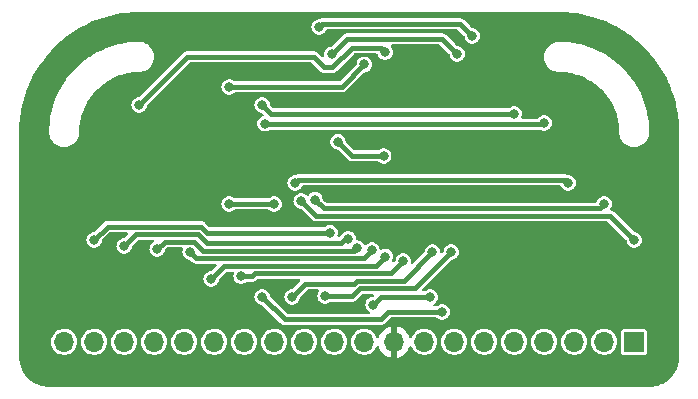
<source format=gbl>
G04 #@! TF.GenerationSoftware,KiCad,Pcbnew,7.0.9*
G04 #@! TF.CreationDate,2023-12-24T17:35:41+01:00*
G04 #@! TF.ProjectId,Fusebit Doctor TQFP32 adapter,46757365-6269-4742-9044-6f63746f7220,V1.0*
G04 #@! TF.SameCoordinates,Original*
G04 #@! TF.FileFunction,Copper,L2,Bot*
G04 #@! TF.FilePolarity,Positive*
%FSLAX46Y46*%
G04 Gerber Fmt 4.6, Leading zero omitted, Abs format (unit mm)*
G04 Created by KiCad (PCBNEW 7.0.9) date 2023-12-24 17:35:41*
%MOMM*%
%LPD*%
G01*
G04 APERTURE LIST*
G04 #@! TA.AperFunction,ComponentPad*
%ADD10R,1.700000X1.700000*%
G04 #@! TD*
G04 #@! TA.AperFunction,ComponentPad*
%ADD11O,1.700000X1.700000*%
G04 #@! TD*
G04 #@! TA.AperFunction,ViaPad*
%ADD12C,0.800000*%
G04 #@! TD*
G04 #@! TA.AperFunction,Conductor*
%ADD13C,0.440000*%
G04 #@! TD*
G04 APERTURE END LIST*
D10*
X24130000Y-17780000D03*
D11*
X21590000Y-17780000D03*
X19050000Y-17780000D03*
X16510000Y-17780000D03*
X13970000Y-17780000D03*
X11430000Y-17780000D03*
X8890000Y-17780000D03*
X6350000Y-17780000D03*
X3810000Y-17780000D03*
X1270000Y-17780000D03*
X-1270000Y-17780000D03*
X-3810000Y-17780000D03*
X-6350000Y-17780000D03*
X-8890000Y-17780000D03*
X-11430000Y-17780000D03*
X-13970000Y-17780000D03*
X-16510000Y-17780000D03*
X-19050000Y-17780000D03*
X-21590000Y-17780000D03*
X-24130000Y-17780000D03*
D12*
X4064000Y-5080000D03*
X6350000Y6858000D03*
X14986000Y-1016000D03*
X12446000Y-1524000D03*
X7874000Y-1016000D03*
X8636000Y2540000D03*
X6096000Y-1016000D03*
X2540000Y2540000D03*
X-2540000Y-508000D03*
X-4064000Y-5842000D03*
X24130000Y-9144008D03*
X21590000Y-6096000D03*
X-2901183Y-5734817D03*
X-4572000Y-4318000D03*
X18542000Y-4318000D03*
X16510000Y762000D03*
X-7133115Y698643D03*
X13969998Y1524002D03*
X-7366000Y2286000D03*
X10414000Y8128000D03*
X-2540000Y8890000D03*
X9144000Y6604000D03*
X-1488292Y6568292D03*
X-7366000Y-13970000D03*
X7874000Y-15240000D03*
X-2540000Y2540000D03*
X-2794000Y-2540000D03*
X1778000Y-762000D03*
X-6096000Y-4318000D03*
X-6858000Y-762000D03*
X4318000Y4572000D03*
X-6350000Y5080000D03*
X-952500Y-825500D03*
X2031996Y-14624000D03*
X2921000Y-2032000D03*
X6857990Y-13970000D03*
X-10160000Y3810000D03*
X-10160000Y-6096000D03*
X-6350000Y-6096000D03*
X1270000Y5712041D03*
X-2032000Y-13892187D03*
X8636000Y-10160000D03*
X7048645Y-10160000D03*
X-4826000Y-13970000D03*
X4572000Y-10922000D03*
X-9144000Y-12220000D03*
X3048000Y-10550000D03*
X-11684000Y-12446000D03*
X1924000Y-10013457D03*
X-13462000Y-10160000D03*
X-16256000Y-9906000D03*
X635973Y-9816000D03*
X-19050000Y-9652000D03*
X-84795Y-9052456D03*
X-21590000Y-9144000D03*
X-1622213Y-8536000D03*
X3048000Y6750000D03*
X-17780000Y2286000D03*
D13*
X3302000Y-15240000D02*
X7874000Y-15240000D01*
X2667000Y-15875000D02*
X3302000Y-15240000D01*
X-5461000Y-15875000D02*
X2667000Y-15875000D01*
X-7366000Y-13970000D02*
X-5461000Y-15875000D01*
X2685996Y-13970000D02*
X2031996Y-14624000D01*
X6857990Y-13970000D02*
X2685996Y-13970000D01*
X-12936000Y-10686000D02*
X-13462000Y-10160000D01*
X1251457Y-10686000D02*
X-12936000Y-10686000D01*
X1924000Y-10013457D02*
X1251457Y-10686000D01*
X-8777281Y-10046000D02*
X-12345634Y-10046000D01*
X-8777275Y-10045994D02*
X-8777281Y-10046000D01*
X405979Y-10045994D02*
X-8777275Y-10045994D01*
X-13101634Y-9290000D02*
X-15640000Y-9290000D01*
X-15640000Y-9290000D02*
X-16256000Y-9906000D01*
X635973Y-9816000D02*
X405979Y-10045994D01*
X-12345634Y-10046000D02*
X-13101634Y-9290000D01*
X-7982000Y-11966000D02*
X-8236000Y-12220000D01*
X3528000Y-11966000D02*
X-7982000Y-11966000D01*
X-12045440Y-8536000D02*
X-1622213Y-8536000D01*
X-12571440Y-8010000D02*
X-12045440Y-8536000D01*
X-20456000Y-8010000D02*
X-12571440Y-8010000D01*
X-21590000Y-9144000D02*
X-20456000Y-8010000D01*
X-680945Y-9406000D02*
X-327401Y-9052456D01*
X-7981986Y-9405994D02*
X-7981982Y-9405999D01*
X-12080543Y-9405994D02*
X-7981986Y-9405994D01*
X-12836537Y-8650000D02*
X-12080543Y-9405994D01*
X-19050000Y-9652000D02*
X-18048000Y-8650000D01*
X-18048000Y-8650000D02*
X-12836537Y-8650000D01*
X-327401Y-9052456D02*
X-84795Y-9052456D01*
X-8236000Y-12220000D02*
X-9144000Y-12220000D01*
X-10588000Y-11350000D02*
X-11684000Y-12446000D01*
X-8271097Y-11350000D02*
X-10588000Y-11350000D01*
X2272000Y-11326000D02*
X-8247096Y-11326000D01*
X-7981982Y-9405999D02*
X-680945Y-9406000D01*
X-8247096Y-11326000D02*
X-8271097Y-11350000D01*
X3048000Y-10550000D02*
X2272000Y-11326000D01*
X4572000Y-10922000D02*
X3528000Y-11966000D01*
X24130000Y-9144000D02*
X24130000Y-9144008D01*
X22098000Y-7112000D02*
X24130000Y-9144000D01*
X-2794000Y-7112000D02*
X22098000Y-7112000D01*
X-4064000Y-5842000D02*
X-2794000Y-7112000D01*
X18288000Y-4064000D02*
X-4318000Y-4064000D01*
X18542000Y-4318000D02*
X18288000Y-4064000D01*
X-4318000Y-4064000D02*
X-4572000Y-4318000D01*
X2921000Y-2032000D02*
X254000Y-2032000D01*
X254000Y-2032000D02*
X-952500Y-825500D01*
X-6603999Y1523999D02*
X-7366000Y2286000D01*
X13969995Y1523999D02*
X-6603999Y1523999D01*
X13969998Y1524002D02*
X13969995Y1523999D01*
X-7088471Y653999D02*
X-7133115Y698643D01*
X16510000Y762000D02*
X16401999Y653999D01*
X16401999Y653999D02*
X-7088471Y653999D01*
X-3008366Y6350000D02*
X-13716000Y6350000D01*
X-1417634Y5480000D02*
X-2138366Y5480000D01*
X-2138366Y5480000D02*
X-3008366Y6350000D01*
X2686000Y7112000D02*
X214366Y7112000D01*
X-13716000Y6350000D02*
X-17780000Y2286000D01*
X3048000Y6750000D02*
X2686000Y7112000D01*
X214366Y7112000D02*
X-1417634Y5480000D01*
X7874000Y7874000D02*
X9144000Y6604000D01*
X-182584Y7874000D02*
X7874000Y7874000D01*
X-1488292Y6568292D02*
X-182584Y7874000D01*
X9398000Y9144000D02*
X-2286000Y9144000D01*
X-2286000Y9144000D02*
X-2540000Y8890000D01*
X10414000Y8128000D02*
X9398000Y9144000D01*
X-6350000Y-6096000D02*
X-10160000Y-6096000D01*
X644538Y-12606000D02*
X390537Y-12860000D01*
X7048645Y-10160000D02*
X4602645Y-12606000D01*
X4602645Y-12606000D02*
X644538Y-12606000D01*
X390537Y-12860000D02*
X-3716000Y-12860000D01*
X-3716000Y-12860000D02*
X-4826000Y-13970000D01*
X263447Y-13892187D02*
X-2032000Y-13892187D01*
X909634Y-13246000D02*
X263447Y-13892187D01*
X5550000Y-13246000D02*
X909634Y-13246000D01*
X8636000Y-10160000D02*
X5550000Y-13246000D01*
X-2178000Y-6458000D02*
X-2901183Y-5734817D01*
X21590000Y-6096000D02*
X21228000Y-6458000D01*
X21228000Y-6458000D02*
X-2178000Y-6458000D01*
X-10160000Y3810000D02*
X-632041Y3810000D01*
X-632041Y3810000D02*
X1270000Y5712041D01*
G04 #@! TA.AperFunction,Conductor*
G36*
X18193402Y10147008D02*
G01*
X18395654Y10140652D01*
X18399318Y10140428D01*
X18750674Y10108500D01*
X19018950Y10083139D01*
X19022444Y10082708D01*
X19358136Y10031617D01*
X19637463Y9987375D01*
X19640777Y9986757D01*
X19967382Y9916648D01*
X20248891Y9853723D01*
X20252015Y9852939D01*
X20570862Y9764055D01*
X20850925Y9682689D01*
X20853852Y9681759D01*
X21164955Y9574405D01*
X21441243Y9474935D01*
X21443968Y9473881D01*
X21746941Y9348385D01*
X22018889Y9230703D01*
X22314275Y9086879D01*
X22579052Y8951968D01*
X22864622Y8790907D01*
X23120979Y8639297D01*
X23395902Y8461547D01*
X23642590Y8293898D01*
X23906043Y8100044D01*
X24141912Y7917087D01*
X24393045Y7707793D01*
X24617082Y7510278D01*
X24855052Y7286267D01*
X25066267Y7075052D01*
X25290278Y6837082D01*
X25487793Y6613045D01*
X25697087Y6361912D01*
X25880044Y6126043D01*
X26073898Y5862590D01*
X26241547Y5615902D01*
X26419297Y5340979D01*
X26570907Y5084622D01*
X26731968Y4799052D01*
X26866879Y4534275D01*
X27010703Y4238889D01*
X27128385Y3966941D01*
X27253881Y3663968D01*
X27254935Y3661243D01*
X27354405Y3384955D01*
X27461759Y3073852D01*
X27462689Y3070925D01*
X27544055Y2790862D01*
X27632939Y2472015D01*
X27633723Y2468891D01*
X27696648Y2187382D01*
X27766757Y1860777D01*
X27767375Y1857463D01*
X27811617Y1578136D01*
X27862708Y1242444D01*
X27863139Y1238950D01*
X27888500Y970674D01*
X27920428Y619318D01*
X27920652Y615654D01*
X27927008Y413402D01*
X27939500Y0D01*
X27939500Y-19048258D01*
X27939402Y-19051736D01*
X27933012Y-19165524D01*
X27922599Y-19337668D01*
X27921835Y-19344315D01*
X27898722Y-19480343D01*
X27871440Y-19629217D01*
X27870032Y-19635208D01*
X27830627Y-19771990D01*
X27823385Y-19795231D01*
X27786744Y-19912815D01*
X27784831Y-19918099D01*
X27729609Y-20051418D01*
X27669668Y-20184600D01*
X27667394Y-20189147D01*
X27597043Y-20316439D01*
X27521781Y-20440936D01*
X27519287Y-20444739D01*
X27435571Y-20562726D01*
X27433811Y-20565086D01*
X27345088Y-20678332D01*
X27342512Y-20681409D01*
X27245980Y-20789430D01*
X27243590Y-20791957D01*
X27141957Y-20893590D01*
X27139430Y-20895980D01*
X27031409Y-20992512D01*
X27028332Y-20995088D01*
X26915086Y-21083811D01*
X26912726Y-21085571D01*
X26794739Y-21169287D01*
X26790936Y-21171781D01*
X26666439Y-21247043D01*
X26539147Y-21317394D01*
X26534600Y-21319668D01*
X26401418Y-21379609D01*
X26268099Y-21434831D01*
X26262815Y-21436744D01*
X26145231Y-21473385D01*
X26121990Y-21480627D01*
X25985208Y-21520032D01*
X25979217Y-21521440D01*
X25830343Y-21548722D01*
X25694315Y-21571835D01*
X25687668Y-21572599D01*
X25515524Y-21583012D01*
X25401736Y-21589402D01*
X25398258Y-21589500D01*
X-25398258Y-21589500D01*
X-25401735Y-21589402D01*
X-25515437Y-21583017D01*
X-25687676Y-21572598D01*
X-25694323Y-21571834D01*
X-25830300Y-21548731D01*
X-25979220Y-21521439D01*
X-25985210Y-21520031D01*
X-26122025Y-21480616D01*
X-26262816Y-21436743D01*
X-26268100Y-21434830D01*
X-26401429Y-21379604D01*
X-26534600Y-21319668D01*
X-26539147Y-21317394D01*
X-26666439Y-21247043D01*
X-26790936Y-21171781D01*
X-26794739Y-21169287D01*
X-26912725Y-21085572D01*
X-26915085Y-21083812D01*
X-27028341Y-20995081D01*
X-27031419Y-20992505D01*
X-27139423Y-20895985D01*
X-27141951Y-20893596D01*
X-27243596Y-20791951D01*
X-27245985Y-20789423D01*
X-27342505Y-20681419D01*
X-27345081Y-20678341D01*
X-27433812Y-20565085D01*
X-27435572Y-20562725D01*
X-27519287Y-20444739D01*
X-27521781Y-20440936D01*
X-27597043Y-20316439D01*
X-27667394Y-20189147D01*
X-27669668Y-20184600D01*
X-27729604Y-20051429D01*
X-27784830Y-19918100D01*
X-27786743Y-19912816D01*
X-27830616Y-19772025D01*
X-27870031Y-19635210D01*
X-27871439Y-19629220D01*
X-27898731Y-19480300D01*
X-27921834Y-19344323D01*
X-27922598Y-19337676D01*
X-27933017Y-19165437D01*
X-27939402Y-19051735D01*
X-27939500Y-19048258D01*
X-27939500Y-17780000D01*
X-25235215Y-17780000D01*
X-25216397Y-17983083D01*
X-25160582Y-18179250D01*
X-25069673Y-18361821D01*
X-24946764Y-18524579D01*
X-24796041Y-18661981D01*
X-24622637Y-18769348D01*
X-24432456Y-18843024D01*
X-24231976Y-18880500D01*
X-24231974Y-18880500D01*
X-24028026Y-18880500D01*
X-24028024Y-18880500D01*
X-23827544Y-18843024D01*
X-23637363Y-18769348D01*
X-23563141Y-18723392D01*
X-23463960Y-18661982D01*
X-23463958Y-18661980D01*
X-23313237Y-18524581D01*
X-23190327Y-18361821D01*
X-23099422Y-18179260D01*
X-23099417Y-18179247D01*
X-23043602Y-17983082D01*
X-23024785Y-17780000D01*
X-22695215Y-17780000D01*
X-22676397Y-17983083D01*
X-22620582Y-18179250D01*
X-22529673Y-18361821D01*
X-22406764Y-18524579D01*
X-22256041Y-18661981D01*
X-22082637Y-18769348D01*
X-21892456Y-18843024D01*
X-21691976Y-18880500D01*
X-21691974Y-18880500D01*
X-21488026Y-18880500D01*
X-21488024Y-18880500D01*
X-21287544Y-18843024D01*
X-21097363Y-18769348D01*
X-21023141Y-18723392D01*
X-20923960Y-18661982D01*
X-20923958Y-18661980D01*
X-20773237Y-18524581D01*
X-20650327Y-18361821D01*
X-20559422Y-18179260D01*
X-20559417Y-18179247D01*
X-20503602Y-17983082D01*
X-20484785Y-17780000D01*
X-20155215Y-17780000D01*
X-20136397Y-17983083D01*
X-20080582Y-18179250D01*
X-19989673Y-18361821D01*
X-19866764Y-18524579D01*
X-19716041Y-18661981D01*
X-19542637Y-18769348D01*
X-19352456Y-18843024D01*
X-19151976Y-18880500D01*
X-19151974Y-18880500D01*
X-18948026Y-18880500D01*
X-18948024Y-18880500D01*
X-18747544Y-18843024D01*
X-18557363Y-18769348D01*
X-18483141Y-18723392D01*
X-18383960Y-18661982D01*
X-18383958Y-18661980D01*
X-18233237Y-18524581D01*
X-18110327Y-18361821D01*
X-18019422Y-18179260D01*
X-18019417Y-18179247D01*
X-17963602Y-17983082D01*
X-17944785Y-17780000D01*
X-17615215Y-17780000D01*
X-17596397Y-17983083D01*
X-17540582Y-18179250D01*
X-17449673Y-18361821D01*
X-17326764Y-18524579D01*
X-17176041Y-18661981D01*
X-17002637Y-18769348D01*
X-16812456Y-18843024D01*
X-16611976Y-18880500D01*
X-16611974Y-18880500D01*
X-16408026Y-18880500D01*
X-16408024Y-18880500D01*
X-16207544Y-18843024D01*
X-16017363Y-18769348D01*
X-15943141Y-18723392D01*
X-15843960Y-18661982D01*
X-15843958Y-18661980D01*
X-15693237Y-18524581D01*
X-15570327Y-18361821D01*
X-15479422Y-18179260D01*
X-15479417Y-18179247D01*
X-15423602Y-17983082D01*
X-15404785Y-17780000D01*
X-15075215Y-17780000D01*
X-15056397Y-17983083D01*
X-15000582Y-18179250D01*
X-14909673Y-18361821D01*
X-14786764Y-18524579D01*
X-14636041Y-18661981D01*
X-14462637Y-18769348D01*
X-14272456Y-18843024D01*
X-14071976Y-18880500D01*
X-14071974Y-18880500D01*
X-13868026Y-18880500D01*
X-13868024Y-18880500D01*
X-13667544Y-18843024D01*
X-13477363Y-18769348D01*
X-13403141Y-18723392D01*
X-13303960Y-18661982D01*
X-13303958Y-18661980D01*
X-13153237Y-18524581D01*
X-13030327Y-18361821D01*
X-12939422Y-18179260D01*
X-12939417Y-18179247D01*
X-12883602Y-17983082D01*
X-12864785Y-17780000D01*
X-12535215Y-17780000D01*
X-12516397Y-17983083D01*
X-12460582Y-18179250D01*
X-12369673Y-18361821D01*
X-12246764Y-18524579D01*
X-12096041Y-18661981D01*
X-11922637Y-18769348D01*
X-11732456Y-18843024D01*
X-11531976Y-18880500D01*
X-11531974Y-18880500D01*
X-11328026Y-18880500D01*
X-11328024Y-18880500D01*
X-11127544Y-18843024D01*
X-10937363Y-18769348D01*
X-10863141Y-18723392D01*
X-10763960Y-18661982D01*
X-10763958Y-18661980D01*
X-10613237Y-18524581D01*
X-10490327Y-18361821D01*
X-10399422Y-18179260D01*
X-10399417Y-18179247D01*
X-10343602Y-17983082D01*
X-10324785Y-17780000D01*
X-9995215Y-17780000D01*
X-9976397Y-17983083D01*
X-9920582Y-18179250D01*
X-9829673Y-18361821D01*
X-9706764Y-18524579D01*
X-9556041Y-18661981D01*
X-9382637Y-18769348D01*
X-9192456Y-18843024D01*
X-8991976Y-18880500D01*
X-8991974Y-18880500D01*
X-8788026Y-18880500D01*
X-8788024Y-18880500D01*
X-8587544Y-18843024D01*
X-8397363Y-18769348D01*
X-8323141Y-18723392D01*
X-8223960Y-18661982D01*
X-8223958Y-18661980D01*
X-8073237Y-18524581D01*
X-7950327Y-18361821D01*
X-7859422Y-18179260D01*
X-7859417Y-18179247D01*
X-7803602Y-17983082D01*
X-7784785Y-17780000D01*
X-7455215Y-17780000D01*
X-7436397Y-17983083D01*
X-7380582Y-18179250D01*
X-7289673Y-18361821D01*
X-7166764Y-18524579D01*
X-7016041Y-18661981D01*
X-6842637Y-18769348D01*
X-6652456Y-18843024D01*
X-6451976Y-18880500D01*
X-6451974Y-18880500D01*
X-6248026Y-18880500D01*
X-6248024Y-18880500D01*
X-6047544Y-18843024D01*
X-5857363Y-18769348D01*
X-5783141Y-18723392D01*
X-5683960Y-18661982D01*
X-5683958Y-18661980D01*
X-5533237Y-18524581D01*
X-5410327Y-18361821D01*
X-5319422Y-18179260D01*
X-5319417Y-18179247D01*
X-5263602Y-17983082D01*
X-5244785Y-17780000D01*
X-4915215Y-17780000D01*
X-4896397Y-17983083D01*
X-4840582Y-18179250D01*
X-4749673Y-18361821D01*
X-4626764Y-18524579D01*
X-4476041Y-18661981D01*
X-4302637Y-18769348D01*
X-4112456Y-18843024D01*
X-3911976Y-18880500D01*
X-3911974Y-18880500D01*
X-3708026Y-18880500D01*
X-3708024Y-18880500D01*
X-3507544Y-18843024D01*
X-3317363Y-18769348D01*
X-3243141Y-18723392D01*
X-3143960Y-18661982D01*
X-3143958Y-18661980D01*
X-2993237Y-18524581D01*
X-2870327Y-18361821D01*
X-2779422Y-18179260D01*
X-2779417Y-18179247D01*
X-2723602Y-17983082D01*
X-2704785Y-17780000D01*
X-2375215Y-17780000D01*
X-2356397Y-17983083D01*
X-2300582Y-18179250D01*
X-2209673Y-18361821D01*
X-2086764Y-18524579D01*
X-1936041Y-18661981D01*
X-1762637Y-18769348D01*
X-1572456Y-18843024D01*
X-1371976Y-18880500D01*
X-1371974Y-18880500D01*
X-1168026Y-18880500D01*
X-1168024Y-18880500D01*
X-967544Y-18843024D01*
X-777363Y-18769348D01*
X-703141Y-18723392D01*
X-603960Y-18661982D01*
X-603958Y-18661980D01*
X-453237Y-18524581D01*
X-330327Y-18361821D01*
X-239422Y-18179260D01*
X-239417Y-18179247D01*
X-183602Y-17983082D01*
X-164785Y-17780000D01*
X164785Y-17780000D01*
X183602Y-17983082D01*
X239417Y-18179247D01*
X239422Y-18179260D01*
X330327Y-18361821D01*
X453237Y-18524581D01*
X603958Y-18661980D01*
X603960Y-18661982D01*
X703141Y-18723392D01*
X777363Y-18769348D01*
X967544Y-18843024D01*
X1168024Y-18880500D01*
X1168026Y-18880500D01*
X1371974Y-18880500D01*
X1371976Y-18880500D01*
X1572456Y-18843024D01*
X1762637Y-18769348D01*
X1936041Y-18661981D01*
X2086764Y-18524579D01*
X2209673Y-18361821D01*
X2271598Y-18237456D01*
X2296817Y-18186812D01*
X2344319Y-18135575D01*
X2411982Y-18118153D01*
X2478323Y-18140078D01*
X2522278Y-18194389D01*
X2527592Y-18209989D01*
X2536567Y-18243485D01*
X2536570Y-18243492D01*
X2636399Y-18457578D01*
X2771894Y-18651082D01*
X2938917Y-18818105D01*
X3132421Y-18953600D01*
X3346507Y-19053429D01*
X3346516Y-19053433D01*
X3560000Y-19110634D01*
X3560000Y-18215501D01*
X3667685Y-18264680D01*
X3774237Y-18280000D01*
X3845763Y-18280000D01*
X3952315Y-18264680D01*
X4060000Y-18215501D01*
X4060000Y-19110633D01*
X4273483Y-19053433D01*
X4273492Y-19053429D01*
X4487578Y-18953600D01*
X4681082Y-18818105D01*
X4848105Y-18651082D01*
X4983600Y-18457578D01*
X5083429Y-18243492D01*
X5083431Y-18243489D01*
X5092406Y-18209992D01*
X5128770Y-18150331D01*
X5191616Y-18119800D01*
X5260992Y-18128094D01*
X5314871Y-18172578D01*
X5323182Y-18186811D01*
X5410327Y-18361821D01*
X5533237Y-18524581D01*
X5683958Y-18661980D01*
X5683960Y-18661982D01*
X5783141Y-18723392D01*
X5857363Y-18769348D01*
X6047544Y-18843024D01*
X6248024Y-18880500D01*
X6248026Y-18880500D01*
X6451974Y-18880500D01*
X6451976Y-18880500D01*
X6652456Y-18843024D01*
X6842637Y-18769348D01*
X7016041Y-18661981D01*
X7166764Y-18524579D01*
X7289673Y-18361821D01*
X7380582Y-18179250D01*
X7436397Y-17983083D01*
X7455215Y-17780000D01*
X7784785Y-17780000D01*
X7803602Y-17983082D01*
X7859417Y-18179247D01*
X7859422Y-18179260D01*
X7950327Y-18361821D01*
X8073237Y-18524581D01*
X8223958Y-18661980D01*
X8223960Y-18661982D01*
X8323141Y-18723392D01*
X8397363Y-18769348D01*
X8587544Y-18843024D01*
X8788024Y-18880500D01*
X8788026Y-18880500D01*
X8991974Y-18880500D01*
X8991976Y-18880500D01*
X9192456Y-18843024D01*
X9382637Y-18769348D01*
X9556041Y-18661981D01*
X9706764Y-18524579D01*
X9829673Y-18361821D01*
X9920582Y-18179250D01*
X9976397Y-17983083D01*
X9995215Y-17780000D01*
X10324785Y-17780000D01*
X10343602Y-17983082D01*
X10399417Y-18179247D01*
X10399422Y-18179260D01*
X10490327Y-18361821D01*
X10613237Y-18524581D01*
X10763958Y-18661980D01*
X10763960Y-18661982D01*
X10863141Y-18723392D01*
X10937363Y-18769348D01*
X11127544Y-18843024D01*
X11328024Y-18880500D01*
X11328026Y-18880500D01*
X11531974Y-18880500D01*
X11531976Y-18880500D01*
X11732456Y-18843024D01*
X11922637Y-18769348D01*
X12096041Y-18661981D01*
X12246764Y-18524579D01*
X12369673Y-18361821D01*
X12460582Y-18179250D01*
X12516397Y-17983083D01*
X12535215Y-17780000D01*
X12864785Y-17780000D01*
X12883602Y-17983082D01*
X12939417Y-18179247D01*
X12939422Y-18179260D01*
X13030327Y-18361821D01*
X13153237Y-18524581D01*
X13303958Y-18661980D01*
X13303960Y-18661982D01*
X13403141Y-18723392D01*
X13477363Y-18769348D01*
X13667544Y-18843024D01*
X13868024Y-18880500D01*
X13868026Y-18880500D01*
X14071974Y-18880500D01*
X14071976Y-18880500D01*
X14272456Y-18843024D01*
X14462637Y-18769348D01*
X14636041Y-18661981D01*
X14786764Y-18524579D01*
X14909673Y-18361821D01*
X15000582Y-18179250D01*
X15056397Y-17983083D01*
X15075215Y-17780000D01*
X15404785Y-17780000D01*
X15423602Y-17983082D01*
X15479417Y-18179247D01*
X15479422Y-18179260D01*
X15570327Y-18361821D01*
X15693237Y-18524581D01*
X15843958Y-18661980D01*
X15843960Y-18661982D01*
X15943141Y-18723392D01*
X16017363Y-18769348D01*
X16207544Y-18843024D01*
X16408024Y-18880500D01*
X16408026Y-18880500D01*
X16611974Y-18880500D01*
X16611976Y-18880500D01*
X16812456Y-18843024D01*
X17002637Y-18769348D01*
X17176041Y-18661981D01*
X17326764Y-18524579D01*
X17449673Y-18361821D01*
X17540582Y-18179250D01*
X17596397Y-17983083D01*
X17615215Y-17780000D01*
X17944785Y-17780000D01*
X17963602Y-17983082D01*
X18019417Y-18179247D01*
X18019422Y-18179260D01*
X18110327Y-18361821D01*
X18233237Y-18524581D01*
X18383958Y-18661980D01*
X18383960Y-18661982D01*
X18483141Y-18723392D01*
X18557363Y-18769348D01*
X18747544Y-18843024D01*
X18948024Y-18880500D01*
X18948026Y-18880500D01*
X19151974Y-18880500D01*
X19151976Y-18880500D01*
X19352456Y-18843024D01*
X19542637Y-18769348D01*
X19716041Y-18661981D01*
X19866764Y-18524579D01*
X19989673Y-18361821D01*
X20080582Y-18179250D01*
X20136397Y-17983083D01*
X20155215Y-17780000D01*
X20484785Y-17780000D01*
X20503602Y-17983082D01*
X20559417Y-18179247D01*
X20559422Y-18179260D01*
X20650327Y-18361821D01*
X20773237Y-18524581D01*
X20923958Y-18661980D01*
X20923960Y-18661982D01*
X21023141Y-18723392D01*
X21097363Y-18769348D01*
X21287544Y-18843024D01*
X21488024Y-18880500D01*
X21488026Y-18880500D01*
X21691974Y-18880500D01*
X21691976Y-18880500D01*
X21892456Y-18843024D01*
X22082637Y-18769348D01*
X22256041Y-18661981D01*
X22264052Y-18654678D01*
X23029500Y-18654678D01*
X23044032Y-18727735D01*
X23044033Y-18727739D01*
X23044034Y-18727740D01*
X23099399Y-18810601D01*
X23182260Y-18865966D01*
X23182264Y-18865967D01*
X23255321Y-18880499D01*
X23255324Y-18880500D01*
X23255326Y-18880500D01*
X25004676Y-18880500D01*
X25004677Y-18880499D01*
X25077740Y-18865966D01*
X25160601Y-18810601D01*
X25215966Y-18727740D01*
X25230500Y-18654674D01*
X25230500Y-16905326D01*
X25230500Y-16905323D01*
X25230499Y-16905321D01*
X25215967Y-16832264D01*
X25215966Y-16832260D01*
X25160601Y-16749399D01*
X25077740Y-16694034D01*
X25077739Y-16694033D01*
X25077735Y-16694032D01*
X25004677Y-16679500D01*
X25004674Y-16679500D01*
X23255326Y-16679500D01*
X23255323Y-16679500D01*
X23182264Y-16694032D01*
X23182260Y-16694033D01*
X23099399Y-16749399D01*
X23044033Y-16832260D01*
X23044032Y-16832264D01*
X23029500Y-16905321D01*
X23029500Y-18654678D01*
X22264052Y-18654678D01*
X22406764Y-18524579D01*
X22529673Y-18361821D01*
X22620582Y-18179250D01*
X22676397Y-17983083D01*
X22695215Y-17780000D01*
X22676397Y-17576917D01*
X22620582Y-17380750D01*
X22605274Y-17350008D01*
X22570415Y-17280000D01*
X22529673Y-17198179D01*
X22406764Y-17035421D01*
X22406762Y-17035418D01*
X22256041Y-16898019D01*
X22256039Y-16898017D01*
X22082642Y-16790655D01*
X22082635Y-16790651D01*
X21956769Y-16741891D01*
X21892456Y-16716976D01*
X21691976Y-16679500D01*
X21488024Y-16679500D01*
X21287544Y-16716976D01*
X21287541Y-16716976D01*
X21287541Y-16716977D01*
X21097364Y-16790651D01*
X21097357Y-16790655D01*
X20923960Y-16898017D01*
X20923958Y-16898019D01*
X20773237Y-17035418D01*
X20650327Y-17198178D01*
X20559422Y-17380739D01*
X20559417Y-17380752D01*
X20503602Y-17576917D01*
X20484785Y-17779999D01*
X20484785Y-17780000D01*
X20155215Y-17780000D01*
X20136397Y-17576917D01*
X20080582Y-17380750D01*
X20065274Y-17350008D01*
X20030415Y-17280000D01*
X19989673Y-17198179D01*
X19866764Y-17035421D01*
X19866762Y-17035418D01*
X19716041Y-16898019D01*
X19716039Y-16898017D01*
X19542642Y-16790655D01*
X19542635Y-16790651D01*
X19416769Y-16741891D01*
X19352456Y-16716976D01*
X19151976Y-16679500D01*
X18948024Y-16679500D01*
X18747544Y-16716976D01*
X18747541Y-16716976D01*
X18747541Y-16716977D01*
X18557364Y-16790651D01*
X18557357Y-16790655D01*
X18383960Y-16898017D01*
X18383958Y-16898019D01*
X18233237Y-17035418D01*
X18110327Y-17198178D01*
X18019422Y-17380739D01*
X18019417Y-17380752D01*
X17963602Y-17576917D01*
X17944785Y-17779999D01*
X17944785Y-17780000D01*
X17615215Y-17780000D01*
X17596397Y-17576917D01*
X17540582Y-17380750D01*
X17525274Y-17350008D01*
X17490415Y-17280000D01*
X17449673Y-17198179D01*
X17326764Y-17035421D01*
X17326762Y-17035418D01*
X17176041Y-16898019D01*
X17176039Y-16898017D01*
X17002642Y-16790655D01*
X17002635Y-16790651D01*
X16876769Y-16741891D01*
X16812456Y-16716976D01*
X16611976Y-16679500D01*
X16408024Y-16679500D01*
X16207544Y-16716976D01*
X16207541Y-16716976D01*
X16207541Y-16716977D01*
X16017364Y-16790651D01*
X16017357Y-16790655D01*
X15843960Y-16898017D01*
X15843958Y-16898019D01*
X15693237Y-17035418D01*
X15570327Y-17198178D01*
X15479422Y-17380739D01*
X15479417Y-17380752D01*
X15423602Y-17576917D01*
X15404785Y-17779999D01*
X15404785Y-17780000D01*
X15075215Y-17780000D01*
X15056397Y-17576917D01*
X15000582Y-17380750D01*
X14985274Y-17350008D01*
X14950415Y-17280000D01*
X14909673Y-17198179D01*
X14786764Y-17035421D01*
X14786762Y-17035418D01*
X14636041Y-16898019D01*
X14636039Y-16898017D01*
X14462642Y-16790655D01*
X14462635Y-16790651D01*
X14336769Y-16741891D01*
X14272456Y-16716976D01*
X14071976Y-16679500D01*
X13868024Y-16679500D01*
X13667544Y-16716976D01*
X13667541Y-16716976D01*
X13667541Y-16716977D01*
X13477364Y-16790651D01*
X13477357Y-16790655D01*
X13303960Y-16898017D01*
X13303958Y-16898019D01*
X13153237Y-17035418D01*
X13030327Y-17198178D01*
X12939422Y-17380739D01*
X12939417Y-17380752D01*
X12883602Y-17576917D01*
X12864785Y-17779999D01*
X12864785Y-17780000D01*
X12535215Y-17780000D01*
X12516397Y-17576917D01*
X12460582Y-17380750D01*
X12445274Y-17350008D01*
X12410415Y-17280000D01*
X12369673Y-17198179D01*
X12246764Y-17035421D01*
X12246762Y-17035418D01*
X12096041Y-16898019D01*
X12096039Y-16898017D01*
X11922642Y-16790655D01*
X11922635Y-16790651D01*
X11796769Y-16741891D01*
X11732456Y-16716976D01*
X11531976Y-16679500D01*
X11328024Y-16679500D01*
X11127544Y-16716976D01*
X11127541Y-16716976D01*
X11127541Y-16716977D01*
X10937364Y-16790651D01*
X10937357Y-16790655D01*
X10763960Y-16898017D01*
X10763958Y-16898019D01*
X10613237Y-17035418D01*
X10490327Y-17198178D01*
X10399422Y-17380739D01*
X10399417Y-17380752D01*
X10343602Y-17576917D01*
X10324785Y-17779999D01*
X10324785Y-17780000D01*
X9995215Y-17780000D01*
X9976397Y-17576917D01*
X9920582Y-17380750D01*
X9905274Y-17350008D01*
X9870415Y-17280000D01*
X9829673Y-17198179D01*
X9706764Y-17035421D01*
X9706762Y-17035418D01*
X9556041Y-16898019D01*
X9556039Y-16898017D01*
X9382642Y-16790655D01*
X9382635Y-16790651D01*
X9256769Y-16741891D01*
X9192456Y-16716976D01*
X8991976Y-16679500D01*
X8788024Y-16679500D01*
X8587544Y-16716976D01*
X8587541Y-16716976D01*
X8587541Y-16716977D01*
X8397364Y-16790651D01*
X8397357Y-16790655D01*
X8223960Y-16898017D01*
X8223958Y-16898019D01*
X8073237Y-17035418D01*
X7950327Y-17198178D01*
X7859422Y-17380739D01*
X7859417Y-17380752D01*
X7803602Y-17576917D01*
X7784785Y-17779999D01*
X7784785Y-17780000D01*
X7455215Y-17780000D01*
X7436397Y-17576917D01*
X7380582Y-17380750D01*
X7365274Y-17350008D01*
X7330415Y-17280000D01*
X7289673Y-17198179D01*
X7166764Y-17035421D01*
X7166762Y-17035418D01*
X7016041Y-16898019D01*
X7016039Y-16898017D01*
X6842642Y-16790655D01*
X6842635Y-16790651D01*
X6716769Y-16741891D01*
X6652456Y-16716976D01*
X6451976Y-16679500D01*
X6248024Y-16679500D01*
X6047544Y-16716976D01*
X6047541Y-16716976D01*
X6047541Y-16716977D01*
X5857364Y-16790651D01*
X5857357Y-16790655D01*
X5683960Y-16898017D01*
X5683958Y-16898019D01*
X5533237Y-17035418D01*
X5410327Y-17198178D01*
X5323182Y-17373188D01*
X5275679Y-17424425D01*
X5208016Y-17441846D01*
X5141676Y-17419920D01*
X5097721Y-17365609D01*
X5092407Y-17350008D01*
X5083434Y-17316518D01*
X5083429Y-17316507D01*
X4983600Y-17102422D01*
X4983599Y-17102420D01*
X4848113Y-16908926D01*
X4848108Y-16908920D01*
X4681082Y-16741894D01*
X4487578Y-16606399D01*
X4273492Y-16506570D01*
X4273486Y-16506567D01*
X4060000Y-16449364D01*
X4060000Y-17344498D01*
X3952315Y-17295320D01*
X3845763Y-17280000D01*
X3774237Y-17280000D01*
X3667685Y-17295320D01*
X3560000Y-17344498D01*
X3560000Y-16449364D01*
X3559999Y-16449364D01*
X3346513Y-16506567D01*
X3346507Y-16506570D01*
X3132422Y-16606399D01*
X3132420Y-16606400D01*
X2938926Y-16741886D01*
X2938920Y-16741891D01*
X2771891Y-16908920D01*
X2771886Y-16908926D01*
X2636400Y-17102420D01*
X2636399Y-17102422D01*
X2536570Y-17316507D01*
X2536568Y-17316511D01*
X2527592Y-17350011D01*
X2491226Y-17409671D01*
X2428379Y-17440199D01*
X2359003Y-17431904D01*
X2305126Y-17387418D01*
X2296817Y-17373188D01*
X2250415Y-17280000D01*
X2209673Y-17198179D01*
X2086764Y-17035421D01*
X2086762Y-17035418D01*
X1936041Y-16898019D01*
X1936039Y-16898017D01*
X1762642Y-16790655D01*
X1762635Y-16790651D01*
X1636769Y-16741891D01*
X1572456Y-16716976D01*
X1371976Y-16679500D01*
X1168024Y-16679500D01*
X967544Y-16716976D01*
X967541Y-16716976D01*
X967541Y-16716977D01*
X777364Y-16790651D01*
X777357Y-16790655D01*
X603960Y-16898017D01*
X603958Y-16898019D01*
X453237Y-17035418D01*
X330327Y-17198178D01*
X239422Y-17380739D01*
X239417Y-17380752D01*
X183602Y-17576917D01*
X164785Y-17779999D01*
X164785Y-17780000D01*
X-164785Y-17780000D01*
X-164785Y-17779999D01*
X-183602Y-17576917D01*
X-239417Y-17380752D01*
X-239422Y-17380739D01*
X-330327Y-17198178D01*
X-453237Y-17035418D01*
X-603958Y-16898019D01*
X-603960Y-16898017D01*
X-777357Y-16790655D01*
X-777364Y-16790651D01*
X-967541Y-16716977D01*
X-967541Y-16716976D01*
X-967544Y-16716976D01*
X-1168024Y-16679500D01*
X-1371976Y-16679500D01*
X-1572456Y-16716976D01*
X-1636769Y-16741891D01*
X-1762635Y-16790651D01*
X-1762642Y-16790655D01*
X-1936039Y-16898017D01*
X-1936041Y-16898019D01*
X-2086762Y-17035418D01*
X-2086764Y-17035421D01*
X-2209673Y-17198179D01*
X-2250415Y-17280000D01*
X-2285274Y-17350008D01*
X-2300582Y-17380750D01*
X-2356397Y-17576917D01*
X-2375215Y-17780000D01*
X-2704785Y-17780000D01*
X-2704785Y-17779999D01*
X-2723602Y-17576917D01*
X-2779417Y-17380752D01*
X-2779422Y-17380739D01*
X-2870327Y-17198178D01*
X-2993237Y-17035418D01*
X-3143958Y-16898019D01*
X-3143960Y-16898017D01*
X-3317357Y-16790655D01*
X-3317364Y-16790651D01*
X-3507541Y-16716977D01*
X-3507541Y-16716976D01*
X-3507544Y-16716976D01*
X-3708024Y-16679500D01*
X-3911976Y-16679500D01*
X-4112456Y-16716976D01*
X-4176769Y-16741891D01*
X-4302635Y-16790651D01*
X-4302642Y-16790655D01*
X-4476039Y-16898017D01*
X-4476041Y-16898019D01*
X-4626762Y-17035418D01*
X-4626764Y-17035421D01*
X-4749673Y-17198179D01*
X-4790415Y-17280000D01*
X-4825274Y-17350008D01*
X-4840582Y-17380750D01*
X-4896397Y-17576917D01*
X-4915215Y-17780000D01*
X-5244785Y-17780000D01*
X-5244785Y-17779999D01*
X-5263602Y-17576917D01*
X-5319417Y-17380752D01*
X-5319422Y-17380739D01*
X-5410327Y-17198178D01*
X-5533237Y-17035418D01*
X-5683958Y-16898019D01*
X-5683960Y-16898017D01*
X-5857357Y-16790655D01*
X-5857364Y-16790651D01*
X-6047541Y-16716977D01*
X-6047541Y-16716976D01*
X-6047544Y-16716976D01*
X-6248024Y-16679500D01*
X-6451976Y-16679500D01*
X-6652456Y-16716976D01*
X-6716769Y-16741891D01*
X-6842635Y-16790651D01*
X-6842642Y-16790655D01*
X-7016039Y-16898017D01*
X-7016041Y-16898019D01*
X-7166762Y-17035418D01*
X-7166764Y-17035421D01*
X-7289673Y-17198179D01*
X-7330415Y-17280000D01*
X-7365274Y-17350008D01*
X-7380582Y-17380750D01*
X-7436397Y-17576917D01*
X-7455215Y-17780000D01*
X-7784785Y-17780000D01*
X-7784785Y-17779999D01*
X-7803602Y-17576917D01*
X-7859417Y-17380752D01*
X-7859422Y-17380739D01*
X-7950327Y-17198178D01*
X-8073237Y-17035418D01*
X-8223958Y-16898019D01*
X-8223960Y-16898017D01*
X-8397357Y-16790655D01*
X-8397364Y-16790651D01*
X-8587541Y-16716977D01*
X-8587541Y-16716976D01*
X-8587544Y-16716976D01*
X-8788024Y-16679500D01*
X-8991976Y-16679500D01*
X-9192456Y-16716976D01*
X-9256769Y-16741891D01*
X-9382635Y-16790651D01*
X-9382642Y-16790655D01*
X-9556039Y-16898017D01*
X-9556041Y-16898019D01*
X-9706762Y-17035418D01*
X-9706764Y-17035421D01*
X-9829673Y-17198179D01*
X-9870415Y-17280000D01*
X-9905274Y-17350008D01*
X-9920582Y-17380750D01*
X-9976397Y-17576917D01*
X-9995215Y-17780000D01*
X-10324785Y-17780000D01*
X-10324785Y-17779999D01*
X-10343602Y-17576917D01*
X-10399417Y-17380752D01*
X-10399422Y-17380739D01*
X-10490327Y-17198178D01*
X-10613237Y-17035418D01*
X-10763958Y-16898019D01*
X-10763960Y-16898017D01*
X-10937357Y-16790655D01*
X-10937364Y-16790651D01*
X-11127541Y-16716977D01*
X-11127541Y-16716976D01*
X-11127544Y-16716976D01*
X-11328024Y-16679500D01*
X-11531976Y-16679500D01*
X-11732456Y-16716976D01*
X-11796769Y-16741891D01*
X-11922635Y-16790651D01*
X-11922642Y-16790655D01*
X-12096039Y-16898017D01*
X-12096041Y-16898019D01*
X-12246762Y-17035418D01*
X-12246764Y-17035421D01*
X-12369673Y-17198179D01*
X-12410415Y-17280000D01*
X-12445274Y-17350008D01*
X-12460582Y-17380750D01*
X-12516397Y-17576917D01*
X-12535215Y-17780000D01*
X-12864785Y-17780000D01*
X-12864785Y-17779999D01*
X-12883602Y-17576917D01*
X-12939417Y-17380752D01*
X-12939422Y-17380739D01*
X-13030327Y-17198178D01*
X-13153237Y-17035418D01*
X-13303958Y-16898019D01*
X-13303960Y-16898017D01*
X-13477357Y-16790655D01*
X-13477364Y-16790651D01*
X-13667541Y-16716977D01*
X-13667541Y-16716976D01*
X-13667544Y-16716976D01*
X-13868024Y-16679500D01*
X-14071976Y-16679500D01*
X-14272456Y-16716976D01*
X-14336769Y-16741891D01*
X-14462635Y-16790651D01*
X-14462642Y-16790655D01*
X-14636039Y-16898017D01*
X-14636041Y-16898019D01*
X-14786762Y-17035418D01*
X-14786764Y-17035421D01*
X-14909673Y-17198179D01*
X-14950415Y-17280000D01*
X-14985274Y-17350008D01*
X-15000582Y-17380750D01*
X-15056397Y-17576917D01*
X-15075215Y-17780000D01*
X-15404785Y-17780000D01*
X-15404785Y-17779999D01*
X-15423602Y-17576917D01*
X-15479417Y-17380752D01*
X-15479422Y-17380739D01*
X-15570327Y-17198178D01*
X-15693237Y-17035418D01*
X-15843958Y-16898019D01*
X-15843960Y-16898017D01*
X-16017357Y-16790655D01*
X-16017364Y-16790651D01*
X-16207541Y-16716977D01*
X-16207541Y-16716976D01*
X-16207544Y-16716976D01*
X-16408024Y-16679500D01*
X-16611976Y-16679500D01*
X-16812456Y-16716976D01*
X-16876769Y-16741891D01*
X-17002635Y-16790651D01*
X-17002642Y-16790655D01*
X-17176039Y-16898017D01*
X-17176041Y-16898019D01*
X-17326762Y-17035418D01*
X-17326764Y-17035421D01*
X-17449673Y-17198179D01*
X-17490415Y-17280000D01*
X-17525274Y-17350008D01*
X-17540582Y-17380750D01*
X-17596397Y-17576917D01*
X-17615215Y-17780000D01*
X-17944785Y-17780000D01*
X-17944785Y-17779999D01*
X-17963602Y-17576917D01*
X-18019417Y-17380752D01*
X-18019422Y-17380739D01*
X-18110327Y-17198178D01*
X-18233237Y-17035418D01*
X-18383958Y-16898019D01*
X-18383960Y-16898017D01*
X-18557357Y-16790655D01*
X-18557364Y-16790651D01*
X-18747541Y-16716977D01*
X-18747541Y-16716976D01*
X-18747544Y-16716976D01*
X-18948024Y-16679500D01*
X-19151976Y-16679500D01*
X-19352456Y-16716976D01*
X-19416769Y-16741891D01*
X-19542635Y-16790651D01*
X-19542642Y-16790655D01*
X-19716039Y-16898017D01*
X-19716041Y-16898019D01*
X-19866762Y-17035418D01*
X-19866764Y-17035421D01*
X-19989673Y-17198179D01*
X-20030415Y-17280000D01*
X-20065274Y-17350008D01*
X-20080582Y-17380750D01*
X-20136397Y-17576917D01*
X-20155215Y-17780000D01*
X-20484785Y-17780000D01*
X-20484785Y-17779999D01*
X-20503602Y-17576917D01*
X-20559417Y-17380752D01*
X-20559422Y-17380739D01*
X-20650327Y-17198178D01*
X-20773237Y-17035418D01*
X-20923958Y-16898019D01*
X-20923960Y-16898017D01*
X-21097357Y-16790655D01*
X-21097364Y-16790651D01*
X-21287541Y-16716977D01*
X-21287541Y-16716976D01*
X-21287544Y-16716976D01*
X-21488024Y-16679500D01*
X-21691976Y-16679500D01*
X-21892456Y-16716976D01*
X-21956769Y-16741891D01*
X-22082635Y-16790651D01*
X-22082642Y-16790655D01*
X-22256039Y-16898017D01*
X-22256041Y-16898019D01*
X-22406762Y-17035418D01*
X-22406764Y-17035421D01*
X-22529673Y-17198179D01*
X-22570415Y-17280000D01*
X-22605274Y-17350008D01*
X-22620582Y-17380750D01*
X-22676397Y-17576917D01*
X-22695215Y-17780000D01*
X-23024785Y-17780000D01*
X-23024785Y-17779999D01*
X-23043602Y-17576917D01*
X-23099417Y-17380752D01*
X-23099422Y-17380739D01*
X-23190327Y-17198178D01*
X-23313237Y-17035418D01*
X-23463958Y-16898019D01*
X-23463960Y-16898017D01*
X-23637357Y-16790655D01*
X-23637364Y-16790651D01*
X-23827541Y-16716977D01*
X-23827541Y-16716976D01*
X-23827544Y-16716976D01*
X-24028024Y-16679500D01*
X-24231976Y-16679500D01*
X-24432456Y-16716976D01*
X-24496769Y-16741891D01*
X-24622635Y-16790651D01*
X-24622642Y-16790655D01*
X-24796039Y-16898017D01*
X-24796041Y-16898019D01*
X-24946762Y-17035418D01*
X-24946764Y-17035421D01*
X-25069673Y-17198179D01*
X-25110415Y-17280000D01*
X-25145274Y-17350008D01*
X-25160582Y-17380750D01*
X-25216397Y-17576917D01*
X-25235215Y-17780000D01*
X-27939500Y-17780000D01*
X-27939500Y-9144000D01*
X-22245278Y-9144000D01*
X-22226237Y-9300818D01*
X-22170220Y-9448523D01*
X-22080483Y-9578530D01*
X-21962240Y-9683283D01*
X-21822365Y-9756696D01*
X-21668985Y-9794500D01*
X-21511014Y-9794500D01*
X-21357634Y-9756696D01*
X-21217762Y-9683284D01*
X-21217760Y-9683283D01*
X-21099517Y-9578530D01*
X-21009780Y-9448523D01*
X-20991666Y-9400760D01*
X-20953763Y-9300819D01*
X-20941276Y-9197982D01*
X-20913654Y-9133804D01*
X-20905861Y-9125248D01*
X-20297432Y-8516819D01*
X-20236109Y-8483334D01*
X-20209751Y-8480500D01*
X-18843249Y-8480500D01*
X-18776210Y-8500185D01*
X-18730455Y-8552989D01*
X-18720511Y-8622147D01*
X-18749536Y-8685703D01*
X-18755568Y-8692181D01*
X-19028568Y-8965181D01*
X-19089891Y-8998666D01*
X-19116249Y-9001500D01*
X-19128986Y-9001500D01*
X-19282365Y-9039303D01*
X-19422237Y-9112715D01*
X-19422238Y-9112716D01*
X-19422240Y-9112717D01*
X-19540483Y-9217470D01*
X-19630220Y-9347477D01*
X-19650428Y-9400761D01*
X-19686237Y-9495181D01*
X-19699143Y-9601477D01*
X-19705278Y-9652000D01*
X-19686237Y-9808818D01*
X-19630220Y-9956523D01*
X-19540483Y-10086530D01*
X-19422240Y-10191283D01*
X-19282365Y-10264696D01*
X-19128985Y-10302500D01*
X-18971014Y-10302500D01*
X-18817634Y-10264696D01*
X-18677762Y-10191284D01*
X-18677760Y-10191283D01*
X-18559517Y-10086530D01*
X-18469780Y-9956523D01*
X-18431899Y-9856639D01*
X-18413763Y-9808819D01*
X-18401276Y-9705982D01*
X-18373654Y-9641804D01*
X-18365861Y-9633248D01*
X-17889432Y-9156819D01*
X-17828109Y-9123334D01*
X-17801751Y-9120500D01*
X-16662201Y-9120500D01*
X-16595162Y-9140185D01*
X-16549407Y-9192989D01*
X-16539463Y-9262147D01*
X-16568488Y-9325703D01*
X-16604575Y-9354296D01*
X-16628237Y-9366715D01*
X-16628238Y-9366716D01*
X-16628240Y-9366717D01*
X-16746483Y-9471470D01*
X-16836220Y-9601477D01*
X-16859744Y-9663506D01*
X-16892237Y-9749181D01*
X-16905284Y-9856638D01*
X-16911278Y-9906000D01*
X-16892237Y-10062818D01*
X-16836220Y-10210523D01*
X-16746483Y-10340530D01*
X-16628240Y-10445283D01*
X-16488365Y-10518696D01*
X-16334985Y-10556500D01*
X-16177014Y-10556500D01*
X-16023634Y-10518696D01*
X-15883762Y-10445284D01*
X-15883760Y-10445283D01*
X-15765517Y-10340530D01*
X-15675780Y-10210523D01*
X-15650930Y-10144998D01*
X-15619763Y-10062819D01*
X-15607276Y-9959984D01*
X-15579654Y-9895806D01*
X-15571861Y-9887250D01*
X-15481430Y-9796819D01*
X-15420107Y-9763334D01*
X-15393749Y-9760500D01*
X-14185845Y-9760500D01*
X-14118806Y-9780185D01*
X-14073051Y-9832989D01*
X-14063107Y-9902147D01*
X-14069903Y-9928471D01*
X-14098237Y-10003182D01*
X-14117278Y-10160000D01*
X-14098237Y-10316818D01*
X-14042220Y-10464523D01*
X-13952483Y-10594530D01*
X-13834240Y-10699283D01*
X-13694365Y-10772696D01*
X-13540985Y-10810500D01*
X-13528249Y-10810500D01*
X-13461210Y-10830185D01*
X-13440572Y-10846814D01*
X-13313881Y-10973504D01*
X-13297250Y-10994145D01*
X-13295236Y-10997280D01*
X-13258478Y-11029130D01*
X-13255247Y-11032138D01*
X-13244901Y-11042486D01*
X-13233180Y-11051259D01*
X-13229757Y-11054017D01*
X-13192987Y-11085880D01*
X-13189588Y-11087431D01*
X-13166780Y-11100965D01*
X-13163805Y-11103193D01*
X-13118235Y-11120189D01*
X-13114168Y-11121874D01*
X-13069918Y-11142083D01*
X-13066230Y-11142613D01*
X-13040537Y-11149170D01*
X-13037041Y-11150475D01*
X-12988533Y-11153943D01*
X-12984142Y-11154415D01*
X-12978396Y-11155241D01*
X-12969651Y-11156500D01*
X-12969648Y-11156500D01*
X-12955006Y-11156500D01*
X-12950585Y-11156657D01*
X-12902090Y-11160126D01*
X-12898448Y-11159333D01*
X-12872092Y-11156500D01*
X-11359249Y-11156500D01*
X-11292210Y-11176185D01*
X-11246455Y-11228989D01*
X-11236511Y-11298147D01*
X-11265536Y-11361703D01*
X-11271568Y-11368181D01*
X-11662568Y-11759181D01*
X-11723891Y-11792666D01*
X-11750249Y-11795500D01*
X-11762986Y-11795500D01*
X-11916365Y-11833303D01*
X-12056237Y-11906715D01*
X-12056238Y-11906716D01*
X-12056240Y-11906717D01*
X-12174483Y-12011470D01*
X-12264220Y-12141477D01*
X-12320237Y-12289182D01*
X-12339278Y-12446000D01*
X-12320237Y-12602818D01*
X-12264220Y-12750523D01*
X-12174483Y-12880530D01*
X-12056240Y-12985283D01*
X-11916365Y-13058696D01*
X-11762985Y-13096500D01*
X-11605014Y-13096500D01*
X-11451634Y-13058696D01*
X-11311762Y-12985284D01*
X-11311760Y-12985283D01*
X-11193517Y-12880530D01*
X-11103780Y-12750523D01*
X-11080226Y-12688416D01*
X-11047763Y-12602819D01*
X-11035276Y-12499982D01*
X-11007654Y-12435804D01*
X-10999861Y-12427248D01*
X-10429432Y-11856819D01*
X-10368109Y-11823334D01*
X-10341751Y-11820500D01*
X-9867845Y-11820500D01*
X-9800806Y-11840185D01*
X-9755051Y-11892989D01*
X-9745107Y-11962147D01*
X-9751903Y-11988471D01*
X-9780237Y-12063182D01*
X-9799278Y-12220000D01*
X-9780237Y-12376818D01*
X-9724220Y-12524523D01*
X-9634483Y-12654530D01*
X-9516240Y-12759283D01*
X-9376365Y-12832696D01*
X-9222985Y-12870500D01*
X-9065014Y-12870500D01*
X-8911634Y-12832696D01*
X-8771761Y-12759284D01*
X-8771759Y-12759282D01*
X-8729318Y-12721684D01*
X-8666085Y-12691963D01*
X-8647092Y-12690500D01*
X-8299908Y-12690500D01*
X-8273551Y-12693333D01*
X-8269910Y-12694126D01*
X-8221414Y-12690657D01*
X-8216994Y-12690500D01*
X-8202349Y-12690500D01*
X-8194905Y-12689428D01*
X-8187853Y-12688414D01*
X-8183468Y-12687943D01*
X-8134959Y-12684475D01*
X-8131460Y-12683170D01*
X-8105767Y-12676612D01*
X-8102082Y-12676083D01*
X-8102079Y-12676081D01*
X-8102077Y-12676081D01*
X-8057841Y-12655879D01*
X-8053758Y-12654187D01*
X-8008195Y-12637194D01*
X-8005208Y-12634958D01*
X-7982415Y-12621434D01*
X-7979017Y-12619882D01*
X-7979010Y-12619878D01*
X-7942250Y-12588025D01*
X-7938815Y-12585256D01*
X-7927099Y-12576486D01*
X-7916744Y-12566131D01*
X-7913517Y-12563127D01*
X-7876766Y-12531282D01*
X-7876761Y-12531276D01*
X-7874743Y-12528136D01*
X-7858111Y-12507498D01*
X-7823432Y-12472819D01*
X-7762109Y-12439334D01*
X-7735751Y-12436500D01*
X-4257249Y-12436500D01*
X-4190210Y-12456185D01*
X-4144455Y-12508989D01*
X-4134511Y-12578147D01*
X-4163536Y-12641703D01*
X-4169568Y-12648181D01*
X-4804568Y-13283181D01*
X-4865891Y-13316666D01*
X-4892249Y-13319500D01*
X-4904986Y-13319500D01*
X-5058365Y-13357303D01*
X-5198237Y-13430715D01*
X-5198238Y-13430716D01*
X-5198240Y-13430717D01*
X-5316483Y-13535470D01*
X-5406220Y-13665477D01*
X-5425570Y-13716500D01*
X-5462236Y-13813180D01*
X-5462237Y-13813182D01*
X-5481278Y-13970000D01*
X-5462237Y-14126818D01*
X-5406220Y-14274523D01*
X-5316483Y-14404530D01*
X-5198240Y-14509283D01*
X-5058365Y-14582696D01*
X-4904985Y-14620500D01*
X-4747014Y-14620500D01*
X-4593634Y-14582696D01*
X-4453762Y-14509284D01*
X-4453760Y-14509283D01*
X-4335517Y-14404530D01*
X-4245780Y-14274523D01*
X-4213388Y-14189113D01*
X-4189763Y-14126819D01*
X-4177276Y-14023982D01*
X-4149654Y-13959804D01*
X-4141861Y-13951248D01*
X-3557432Y-13366819D01*
X-3496109Y-13333334D01*
X-3469751Y-13330500D01*
X-2670975Y-13330500D01*
X-2603936Y-13350185D01*
X-2558181Y-13402989D01*
X-2548237Y-13472147D01*
X-2568925Y-13524940D01*
X-2612220Y-13587664D01*
X-2668237Y-13735369D01*
X-2687278Y-13892187D01*
X-2668237Y-14049005D01*
X-2612220Y-14196710D01*
X-2522483Y-14326717D01*
X-2404240Y-14431470D01*
X-2264365Y-14504883D01*
X-2110985Y-14542687D01*
X-1953014Y-14542687D01*
X-1799634Y-14504883D01*
X-1659761Y-14431471D01*
X-1659759Y-14431469D01*
X-1617318Y-14393871D01*
X-1554085Y-14364150D01*
X-1535092Y-14362687D01*
X199539Y-14362687D01*
X225895Y-14365520D01*
X229537Y-14366313D01*
X278032Y-14362844D01*
X282453Y-14362687D01*
X297098Y-14362687D01*
X305843Y-14361428D01*
X311589Y-14360602D01*
X315980Y-14360130D01*
X364488Y-14356662D01*
X367984Y-14355357D01*
X393677Y-14348800D01*
X397365Y-14348270D01*
X441609Y-14328062D01*
X445667Y-14326382D01*
X491252Y-14309381D01*
X494233Y-14307148D01*
X517042Y-14293615D01*
X520434Y-14292067D01*
X557205Y-14260203D01*
X560621Y-14257450D01*
X572348Y-14248673D01*
X582694Y-14238325D01*
X585925Y-14235317D01*
X622683Y-14203467D01*
X624697Y-14200332D01*
X641332Y-14179687D01*
X1068202Y-13752819D01*
X1129525Y-13719334D01*
X1155883Y-13716500D01*
X1974747Y-13716500D01*
X2041786Y-13736185D01*
X2087541Y-13788989D01*
X2097485Y-13858147D01*
X2068460Y-13921703D01*
X2062428Y-13928181D01*
X2053428Y-13937181D01*
X1992105Y-13970666D01*
X1965747Y-13973500D01*
X1953010Y-13973500D01*
X1799630Y-14011303D01*
X1659758Y-14084715D01*
X1659756Y-14084717D01*
X1552562Y-14179682D01*
X1541512Y-14189471D01*
X1451777Y-14319475D01*
X1451776Y-14319476D01*
X1395758Y-14467181D01*
X1376718Y-14623999D01*
X1376718Y-14624000D01*
X1395758Y-14780818D01*
X1451776Y-14928523D01*
X1541513Y-15058530D01*
X1659756Y-15163283D01*
X1670200Y-15168764D01*
X1673895Y-15170704D01*
X1724107Y-15219289D01*
X1740081Y-15287309D01*
X1716745Y-15353166D01*
X1661508Y-15395953D01*
X1616268Y-15404500D01*
X-5214750Y-15404500D01*
X-5281789Y-15384815D01*
X-5302431Y-15368181D01*
X-6681861Y-13988750D01*
X-6715346Y-13927427D01*
X-6717276Y-13916016D01*
X-6729763Y-13813180D01*
X-6785780Y-13665476D01*
X-6785781Y-13665475D01*
X-6875516Y-13535471D01*
X-6993762Y-13430715D01*
X-7133634Y-13357303D01*
X-7287014Y-13319500D01*
X-7287015Y-13319500D01*
X-7444985Y-13319500D01*
X-7444986Y-13319500D01*
X-7598365Y-13357303D01*
X-7738237Y-13430715D01*
X-7738238Y-13430716D01*
X-7738240Y-13430717D01*
X-7856483Y-13535470D01*
X-7946220Y-13665477D01*
X-7965570Y-13716500D01*
X-8002236Y-13813180D01*
X-8002237Y-13813182D01*
X-8021278Y-13970000D01*
X-8002237Y-14126818D01*
X-7946220Y-14274523D01*
X-7856483Y-14404530D01*
X-7738240Y-14509283D01*
X-7598365Y-14582696D01*
X-7444985Y-14620500D01*
X-7432249Y-14620500D01*
X-7365210Y-14640185D01*
X-7344568Y-14656819D01*
X-5838883Y-16162503D01*
X-5822251Y-16183143D01*
X-5820236Y-16186280D01*
X-5783489Y-16218121D01*
X-5780254Y-16221132D01*
X-5769901Y-16231487D01*
X-5758173Y-16240265D01*
X-5754745Y-16243027D01*
X-5717987Y-16274880D01*
X-5714601Y-16276425D01*
X-5691788Y-16289960D01*
X-5688805Y-16292194D01*
X-5643204Y-16309201D01*
X-5639171Y-16310872D01*
X-5594918Y-16331083D01*
X-5591226Y-16331613D01*
X-5565533Y-16338171D01*
X-5562040Y-16339475D01*
X-5513500Y-16342946D01*
X-5509163Y-16343412D01*
X-5494648Y-16345500D01*
X-5480015Y-16345500D01*
X-5475593Y-16345657D01*
X-5427090Y-16349127D01*
X-5425340Y-16348746D01*
X-5423444Y-16348334D01*
X-5397087Y-16345500D01*
X2603092Y-16345500D01*
X2629448Y-16348333D01*
X2633090Y-16349126D01*
X2681585Y-16345657D01*
X2686006Y-16345500D01*
X2700651Y-16345500D01*
X2709396Y-16344241D01*
X2715142Y-16343415D01*
X2719533Y-16342943D01*
X2768041Y-16339475D01*
X2771537Y-16338170D01*
X2797230Y-16331613D01*
X2800918Y-16331083D01*
X2845162Y-16310875D01*
X2849220Y-16309195D01*
X2894805Y-16292194D01*
X2897786Y-16289961D01*
X2920595Y-16276428D01*
X2923987Y-16274880D01*
X2960758Y-16243016D01*
X2964179Y-16240260D01*
X2975901Y-16231486D01*
X2986252Y-16221134D01*
X2989478Y-16218130D01*
X3026236Y-16186280D01*
X3028250Y-16183145D01*
X3044881Y-16162504D01*
X3460570Y-15746816D01*
X3521892Y-15713334D01*
X3548250Y-15710500D01*
X7377092Y-15710500D01*
X7444131Y-15730185D01*
X7459318Y-15741684D01*
X7501759Y-15779282D01*
X7501761Y-15779284D01*
X7641634Y-15852696D01*
X7795014Y-15890500D01*
X7795015Y-15890500D01*
X7952985Y-15890500D01*
X8106365Y-15852696D01*
X8246240Y-15779283D01*
X8364483Y-15674530D01*
X8454220Y-15544523D01*
X8510237Y-15396818D01*
X8529278Y-15240000D01*
X8510237Y-15083182D01*
X8454220Y-14935477D01*
X8364483Y-14805470D01*
X8246240Y-14700717D01*
X8246238Y-14700716D01*
X8246237Y-14700715D01*
X8106365Y-14627303D01*
X7952986Y-14589500D01*
X7952985Y-14589500D01*
X7795015Y-14589500D01*
X7795014Y-14589500D01*
X7641634Y-14627303D01*
X7501761Y-14700715D01*
X7501759Y-14700717D01*
X7459318Y-14738316D01*
X7396085Y-14768037D01*
X7377092Y-14769500D01*
X7237517Y-14769500D01*
X7170478Y-14749815D01*
X7124723Y-14697011D01*
X7114779Y-14627853D01*
X7143804Y-14564297D01*
X7179890Y-14535704D01*
X7187697Y-14531605D01*
X7230230Y-14509283D01*
X7348473Y-14404530D01*
X7438210Y-14274523D01*
X7494227Y-14126818D01*
X7513268Y-13970000D01*
X7494227Y-13813182D01*
X7494226Y-13813180D01*
X7457560Y-13716500D01*
X7438210Y-13665477D01*
X7348473Y-13535470D01*
X7230230Y-13430717D01*
X7230228Y-13430716D01*
X7230227Y-13430715D01*
X7090355Y-13357303D01*
X6936976Y-13319500D01*
X6936975Y-13319500D01*
X6779005Y-13319500D01*
X6779004Y-13319500D01*
X6625624Y-13357303D01*
X6485751Y-13430715D01*
X6485749Y-13430717D01*
X6443308Y-13468316D01*
X6380075Y-13498037D01*
X6361082Y-13499500D01*
X6261249Y-13499500D01*
X6194210Y-13479815D01*
X6148455Y-13427011D01*
X6138511Y-13357853D01*
X6167536Y-13294297D01*
X6173568Y-13287819D01*
X8614568Y-10846819D01*
X8675891Y-10813334D01*
X8702249Y-10810500D01*
X8714985Y-10810500D01*
X8868365Y-10772696D01*
X9008240Y-10699283D01*
X9126483Y-10594530D01*
X9216220Y-10464523D01*
X9272237Y-10316818D01*
X9291278Y-10160000D01*
X9289457Y-10144998D01*
X9272237Y-10003181D01*
X9235380Y-9905999D01*
X9216220Y-9855477D01*
X9126483Y-9725470D01*
X9008240Y-9620717D01*
X9008238Y-9620716D01*
X9008237Y-9620715D01*
X8868365Y-9547303D01*
X8714986Y-9509500D01*
X8714985Y-9509500D01*
X8557015Y-9509500D01*
X8557014Y-9509500D01*
X8403634Y-9547303D01*
X8263762Y-9620715D01*
X8215461Y-9663506D01*
X8164183Y-9708934D01*
X8145516Y-9725471D01*
X8055781Y-9855475D01*
X8055780Y-9855476D01*
X7999763Y-10003180D01*
X7987276Y-10106016D01*
X7959654Y-10170194D01*
X7951861Y-10178750D01*
X7912878Y-10217733D01*
X7851555Y-10251218D01*
X7781863Y-10246234D01*
X7725930Y-10204362D01*
X7702101Y-10144998D01*
X7698516Y-10115470D01*
X7684882Y-10003182D01*
X7628865Y-9855477D01*
X7539128Y-9725470D01*
X7420885Y-9620717D01*
X7420883Y-9620716D01*
X7420882Y-9620715D01*
X7281010Y-9547303D01*
X7127631Y-9509500D01*
X7127630Y-9509500D01*
X6969660Y-9509500D01*
X6969659Y-9509500D01*
X6816279Y-9547303D01*
X6676407Y-9620715D01*
X6628106Y-9663506D01*
X6576828Y-9708934D01*
X6558161Y-9725471D01*
X6468426Y-9855475D01*
X6468425Y-9855476D01*
X6412408Y-10003180D01*
X6399921Y-10106016D01*
X6372299Y-10170194D01*
X6364506Y-10178750D01*
X5426919Y-11116338D01*
X5365596Y-11149823D01*
X5295905Y-11144839D01*
X5239971Y-11102967D01*
X5215554Y-11037503D01*
X5216142Y-11013710D01*
X5227278Y-10922000D01*
X5208237Y-10765182D01*
X5208236Y-10765180D01*
X5186992Y-10709164D01*
X5152220Y-10617477D01*
X5062483Y-10487470D01*
X4944240Y-10382717D01*
X4944238Y-10382716D01*
X4944237Y-10382715D01*
X4804365Y-10309303D01*
X4650986Y-10271500D01*
X4650985Y-10271500D01*
X4493015Y-10271500D01*
X4493014Y-10271500D01*
X4339634Y-10309303D01*
X4199762Y-10382715D01*
X4081516Y-10487471D01*
X3991781Y-10617475D01*
X3991780Y-10617476D01*
X3935763Y-10765180D01*
X3923276Y-10868016D01*
X3895654Y-10932194D01*
X3887861Y-10940750D01*
X3822290Y-11006321D01*
X3760967Y-11039806D01*
X3691275Y-11034822D01*
X3635342Y-10992950D01*
X3610925Y-10927486D01*
X3624813Y-10861013D01*
X3628213Y-10854532D01*
X3628220Y-10854523D01*
X3684237Y-10706818D01*
X3703278Y-10550000D01*
X3692900Y-10464524D01*
X3684237Y-10393181D01*
X3638089Y-10271500D01*
X3628220Y-10245477D01*
X3538483Y-10115470D01*
X3420240Y-10010717D01*
X3420238Y-10010716D01*
X3420237Y-10010715D01*
X3280365Y-9937303D01*
X3126986Y-9899500D01*
X3126985Y-9899500D01*
X2969015Y-9899500D01*
X2969014Y-9899500D01*
X2815635Y-9937303D01*
X2743812Y-9974999D01*
X2675304Y-9988723D01*
X2610251Y-9963231D01*
X2569307Y-9906615D01*
X2563091Y-9880146D01*
X2560237Y-9856638D01*
X2523776Y-9760500D01*
X2504220Y-9708934D01*
X2414483Y-9578927D01*
X2296240Y-9474174D01*
X2296238Y-9474173D01*
X2296237Y-9474172D01*
X2156365Y-9400760D01*
X2002986Y-9362957D01*
X2002985Y-9362957D01*
X1845015Y-9362957D01*
X1845014Y-9362957D01*
X1691634Y-9400760D01*
X1551762Y-9474172D01*
X1551760Y-9474174D01*
X1433517Y-9578927D01*
X1433516Y-9578928D01*
X1427903Y-9583901D01*
X1426577Y-9582405D01*
X1376052Y-9614081D01*
X1306187Y-9613297D01*
X1247837Y-9574865D01*
X1226513Y-9538689D01*
X1216193Y-9511478D01*
X1216193Y-9511477D01*
X1126456Y-9381470D01*
X1008213Y-9276717D01*
X1008211Y-9276716D01*
X1008210Y-9276715D01*
X868338Y-9203303D01*
X714959Y-9165500D01*
X714958Y-9165500D01*
X694063Y-9165500D01*
X627024Y-9145815D01*
X581269Y-9093011D01*
X570967Y-9056446D01*
X568886Y-9039304D01*
X551442Y-8895638D01*
X495425Y-8747933D01*
X405688Y-8617926D01*
X287445Y-8513173D01*
X287443Y-8513172D01*
X287442Y-8513171D01*
X147570Y-8439759D01*
X-5809Y-8401956D01*
X-5810Y-8401956D01*
X-163780Y-8401956D01*
X-163781Y-8401956D01*
X-317160Y-8439759D01*
X-457032Y-8513171D01*
X-457033Y-8513172D01*
X-457035Y-8513173D01*
X-575278Y-8617926D01*
X-609984Y-8668208D01*
X-633411Y-8692548D01*
X-632958Y-8693072D01*
X-636312Y-8695978D01*
X-646651Y-8706317D01*
X-649890Y-8709333D01*
X-663457Y-8721090D01*
X-686637Y-8741176D01*
X-688653Y-8744313D01*
X-705287Y-8764954D01*
X-793074Y-8852741D01*
X-854397Y-8886226D01*
X-924089Y-8881242D01*
X-980022Y-8839370D01*
X-1004439Y-8773906D01*
X-996698Y-8721090D01*
X-985975Y-8692816D01*
X-966935Y-8536000D01*
X-966935Y-8535999D01*
X-985975Y-8379181D01*
X-1041993Y-8231476D01*
X-1041994Y-8231475D01*
X-1131729Y-8101471D01*
X-1249975Y-7996715D01*
X-1389847Y-7923303D01*
X-1543227Y-7885500D01*
X-1543228Y-7885500D01*
X-1701198Y-7885500D01*
X-1701199Y-7885500D01*
X-1854578Y-7923303D01*
X-1994451Y-7996715D01*
X-1994453Y-7996717D01*
X-2036895Y-8034316D01*
X-2100128Y-8064037D01*
X-2119121Y-8065500D01*
X-11799191Y-8065500D01*
X-11866230Y-8045815D01*
X-11886867Y-8029185D01*
X-12193554Y-7722498D01*
X-12210179Y-7701869D01*
X-12212199Y-7698726D01*
X-12212207Y-7698716D01*
X-12248950Y-7666876D01*
X-12252183Y-7663867D01*
X-12262537Y-7653514D01*
X-12262541Y-7653511D01*
X-12274255Y-7644741D01*
X-12277694Y-7641970D01*
X-12314453Y-7610119D01*
X-12314458Y-7610116D01*
X-12317862Y-7608562D01*
X-12340635Y-7595051D01*
X-12343632Y-7592807D01*
X-12343639Y-7592803D01*
X-12389200Y-7575810D01*
X-12393288Y-7574117D01*
X-12437522Y-7553917D01*
X-12437525Y-7553916D01*
X-12441226Y-7553384D01*
X-12466888Y-7546834D01*
X-12470396Y-7545525D01*
X-12470404Y-7545524D01*
X-12518903Y-7542055D01*
X-12523301Y-7541583D01*
X-12537789Y-7539500D01*
X-12537792Y-7539500D01*
X-12552434Y-7539500D01*
X-12556854Y-7539342D01*
X-12568932Y-7538478D01*
X-12605345Y-7535874D01*
X-12605351Y-7535874D01*
X-12607281Y-7536294D01*
X-12608991Y-7536666D01*
X-12635348Y-7539500D01*
X-20392092Y-7539500D01*
X-20418448Y-7536666D01*
X-20419565Y-7536423D01*
X-20422088Y-7535874D01*
X-20422094Y-7535874D01*
X-20456373Y-7538325D01*
X-20470585Y-7539342D01*
X-20475006Y-7539500D01*
X-20489653Y-7539500D01*
X-20504139Y-7541582D01*
X-20508536Y-7542055D01*
X-20550887Y-7545084D01*
X-20557041Y-7545525D01*
X-20557042Y-7545525D01*
X-20557045Y-7545526D01*
X-20560546Y-7546832D01*
X-20586213Y-7553383D01*
X-20589913Y-7553915D01*
X-20589918Y-7553916D01*
X-20634147Y-7574116D01*
X-20638237Y-7575810D01*
X-20683807Y-7592806D01*
X-20686792Y-7595041D01*
X-20709585Y-7608566D01*
X-20712985Y-7610119D01*
X-20712986Y-7610119D01*
X-20749744Y-7641969D01*
X-20753188Y-7644745D01*
X-20764897Y-7653511D01*
X-20764901Y-7653514D01*
X-20775253Y-7663866D01*
X-20778470Y-7666862D01*
X-20778486Y-7666876D01*
X-20815234Y-7698718D01*
X-20815238Y-7698722D01*
X-20817253Y-7701858D01*
X-20833888Y-7722501D01*
X-21568568Y-8457181D01*
X-21629891Y-8490666D01*
X-21656249Y-8493500D01*
X-21668986Y-8493500D01*
X-21822365Y-8531303D01*
X-21962237Y-8604715D01*
X-21962238Y-8604716D01*
X-21962240Y-8604717D01*
X-22080483Y-8709470D01*
X-22170220Y-8839477D01*
X-22191519Y-8895638D01*
X-22226237Y-8987181D01*
X-22227631Y-8998666D01*
X-22245278Y-9144000D01*
X-27939500Y-9144000D01*
X-27939500Y-6096000D01*
X-10815278Y-6096000D01*
X-10796237Y-6252818D01*
X-10740220Y-6400523D01*
X-10650483Y-6530530D01*
X-10532240Y-6635283D01*
X-10392365Y-6708696D01*
X-10238985Y-6746500D01*
X-10081014Y-6746500D01*
X-9927634Y-6708696D01*
X-9787761Y-6635284D01*
X-9787759Y-6635282D01*
X-9745318Y-6597684D01*
X-9682085Y-6567963D01*
X-9663092Y-6566500D01*
X-6846908Y-6566500D01*
X-6779869Y-6586185D01*
X-6764682Y-6597684D01*
X-6745483Y-6614690D01*
X-6722240Y-6635283D01*
X-6582365Y-6708696D01*
X-6428985Y-6746500D01*
X-6271014Y-6746500D01*
X-6117634Y-6708696D01*
X-5977762Y-6635284D01*
X-5977760Y-6635283D01*
X-5859517Y-6530530D01*
X-5769780Y-6400523D01*
X-5769779Y-6400521D01*
X-5713762Y-6252818D01*
X-5694722Y-6096000D01*
X-5694722Y-6095999D01*
X-5713762Y-5939181D01*
X-5750618Y-5842000D01*
X-4719278Y-5842000D01*
X-4700237Y-5998818D01*
X-4644220Y-6146523D01*
X-4554483Y-6276530D01*
X-4436240Y-6381283D01*
X-4296365Y-6454696D01*
X-4142985Y-6492500D01*
X-4130249Y-6492500D01*
X-4063210Y-6512185D01*
X-4042567Y-6528819D01*
X-3171885Y-7399500D01*
X-3155250Y-7420145D01*
X-3153236Y-7423280D01*
X-3116478Y-7455130D01*
X-3113247Y-7458138D01*
X-3102901Y-7468486D01*
X-3091174Y-7477263D01*
X-3087758Y-7480016D01*
X-3050987Y-7511880D01*
X-3047595Y-7513428D01*
X-3024786Y-7526961D01*
X-3021805Y-7529194D01*
X-2976220Y-7546195D01*
X-2972162Y-7547875D01*
X-2927918Y-7568083D01*
X-2924230Y-7568613D01*
X-2898537Y-7575170D01*
X-2895041Y-7576475D01*
X-2846533Y-7579943D01*
X-2842142Y-7580415D01*
X-2836396Y-7581241D01*
X-2827651Y-7582500D01*
X-2827648Y-7582500D01*
X-2813006Y-7582500D01*
X-2808585Y-7582657D01*
X-2760090Y-7586126D01*
X-2756448Y-7585333D01*
X-2730092Y-7582500D01*
X21851751Y-7582500D01*
X21918790Y-7602185D01*
X21939432Y-7618819D01*
X23445859Y-9125246D01*
X23479344Y-9186569D01*
X23481274Y-9197979D01*
X23493762Y-9300824D01*
X23493763Y-9300829D01*
X23531663Y-9400760D01*
X23549780Y-9448531D01*
X23639517Y-9578538D01*
X23757760Y-9683291D01*
X23757762Y-9683292D01*
X23897634Y-9756704D01*
X24051014Y-9794508D01*
X24051015Y-9794508D01*
X24208985Y-9794508D01*
X24362365Y-9756704D01*
X24376699Y-9749181D01*
X24502240Y-9683291D01*
X24620483Y-9578538D01*
X24710220Y-9448531D01*
X24766237Y-9300826D01*
X24785278Y-9144008D01*
X24767631Y-8998666D01*
X24766237Y-8987189D01*
X24731516Y-8895638D01*
X24710220Y-8839485D01*
X24620483Y-8709478D01*
X24502240Y-8604725D01*
X24502238Y-8604724D01*
X24502237Y-8604723D01*
X24362365Y-8531311D01*
X24208986Y-8493508D01*
X24208985Y-8493508D01*
X24196257Y-8493508D01*
X24129218Y-8473823D01*
X24108576Y-8457189D01*
X22475888Y-6824501D01*
X22459253Y-6803858D01*
X22457238Y-6800722D01*
X22457234Y-6800718D01*
X22446621Y-6791522D01*
X22420470Y-6768862D01*
X22417253Y-6765866D01*
X22406901Y-6755514D01*
X22406897Y-6755511D01*
X22395188Y-6746745D01*
X22391744Y-6743969D01*
X22354986Y-6712119D01*
X22351585Y-6710566D01*
X22328792Y-6697041D01*
X22325807Y-6694806D01*
X22280237Y-6677810D01*
X22276147Y-6676116D01*
X22231918Y-6655916D01*
X22231913Y-6655915D01*
X22228213Y-6655383D01*
X22202546Y-6648832D01*
X22190736Y-6644428D01*
X22191942Y-6641191D01*
X22145187Y-6615634D01*
X22111728Y-6554296D01*
X22116743Y-6484607D01*
X22130852Y-6457557D01*
X22170220Y-6400523D01*
X22226237Y-6252818D01*
X22245278Y-6096000D01*
X22226237Y-5939182D01*
X22170220Y-5791477D01*
X22080483Y-5661470D01*
X21962240Y-5556717D01*
X21962238Y-5556716D01*
X21962237Y-5556715D01*
X21822365Y-5483303D01*
X21668986Y-5445500D01*
X21668985Y-5445500D01*
X21511015Y-5445500D01*
X21511014Y-5445500D01*
X21357634Y-5483303D01*
X21217762Y-5556715D01*
X21099516Y-5661471D01*
X21009781Y-5791475D01*
X21009780Y-5791476D01*
X20965789Y-5907471D01*
X20923611Y-5963174D01*
X20858013Y-5987231D01*
X20849847Y-5987500D01*
X-1931751Y-5987500D01*
X-1998790Y-5967815D01*
X-2019427Y-5951185D01*
X-2217045Y-5753567D01*
X-2250529Y-5692243D01*
X-2252459Y-5680833D01*
X-2264946Y-5577997D01*
X-2320963Y-5430293D01*
X-2320964Y-5430292D01*
X-2410699Y-5300288D01*
X-2528945Y-5195532D01*
X-2668817Y-5122120D01*
X-2822197Y-5084317D01*
X-2822198Y-5084317D01*
X-2980168Y-5084317D01*
X-2980169Y-5084317D01*
X-3133548Y-5122120D01*
X-3273420Y-5195532D01*
X-3273421Y-5195533D01*
X-3273423Y-5195534D01*
X-3391666Y-5300287D01*
X-3393343Y-5302717D01*
X-3427070Y-5351579D01*
X-3481353Y-5395569D01*
X-3550801Y-5403229D01*
X-3611346Y-5373956D01*
X-3691762Y-5302714D01*
X-3831634Y-5229303D01*
X-3985014Y-5191500D01*
X-3985015Y-5191500D01*
X-4142985Y-5191500D01*
X-4142986Y-5191500D01*
X-4296365Y-5229303D01*
X-4436237Y-5302715D01*
X-4436238Y-5302716D01*
X-4436240Y-5302717D01*
X-4554483Y-5407470D01*
X-4644220Y-5537477D01*
X-4659587Y-5577997D01*
X-4700237Y-5685181D01*
X-4713143Y-5791477D01*
X-4719278Y-5842000D01*
X-5750618Y-5842000D01*
X-5769780Y-5791476D01*
X-5769781Y-5791475D01*
X-5859516Y-5661471D01*
X-5977762Y-5556715D01*
X-6117634Y-5483303D01*
X-6271014Y-5445500D01*
X-6271015Y-5445500D01*
X-6428985Y-5445500D01*
X-6428986Y-5445500D01*
X-6582365Y-5483303D01*
X-6722238Y-5556715D01*
X-6722240Y-5556717D01*
X-6764682Y-5594316D01*
X-6827915Y-5624037D01*
X-6846908Y-5625500D01*
X-9663092Y-5625500D01*
X-9730131Y-5605815D01*
X-9745318Y-5594316D01*
X-9787759Y-5556717D01*
X-9787761Y-5556715D01*
X-9927634Y-5483303D01*
X-10081014Y-5445500D01*
X-10081015Y-5445500D01*
X-10238985Y-5445500D01*
X-10238986Y-5445500D01*
X-10392365Y-5483303D01*
X-10532237Y-5556715D01*
X-10532238Y-5556716D01*
X-10532240Y-5556717D01*
X-10650483Y-5661470D01*
X-10740220Y-5791477D01*
X-10796237Y-5939182D01*
X-10815278Y-6096000D01*
X-27939500Y-6096000D01*
X-27939500Y-4318000D01*
X-5227278Y-4318000D01*
X-5208237Y-4474818D01*
X-5152220Y-4622523D01*
X-5062483Y-4752530D01*
X-4944240Y-4857283D01*
X-4804365Y-4930696D01*
X-4650985Y-4968500D01*
X-4493014Y-4968500D01*
X-4339634Y-4930696D01*
X-4199762Y-4857284D01*
X-4199760Y-4857283D01*
X-4081517Y-4752530D01*
X-3991781Y-4622524D01*
X-3991780Y-4622524D01*
X-3990620Y-4619466D01*
X-3988748Y-4614530D01*
X-3946573Y-4558828D01*
X-3880977Y-4534769D01*
X-3872807Y-4534500D01*
X17842807Y-4534500D01*
X17909846Y-4554185D01*
X17955601Y-4606989D01*
X17958743Y-4614515D01*
X17960620Y-4619466D01*
X17961780Y-4622524D01*
X18019627Y-4706330D01*
X18051517Y-4752530D01*
X18169760Y-4857283D01*
X18169762Y-4857284D01*
X18309634Y-4930696D01*
X18463014Y-4968500D01*
X18463015Y-4968500D01*
X18620985Y-4968500D01*
X18774365Y-4930696D01*
X18914240Y-4857283D01*
X19032483Y-4752530D01*
X19122220Y-4622523D01*
X19178237Y-4474818D01*
X19197278Y-4318000D01*
X19178237Y-4161182D01*
X19122220Y-4013477D01*
X19032483Y-3883470D01*
X18914240Y-3778717D01*
X18914238Y-3778716D01*
X18914237Y-3778715D01*
X18774365Y-3705303D01*
X18620986Y-3667500D01*
X18620985Y-3667500D01*
X18584721Y-3667500D01*
X18524300Y-3649758D01*
X18523592Y-3651057D01*
X18515808Y-3646807D01*
X18470237Y-3629810D01*
X18466147Y-3628116D01*
X18421918Y-3607916D01*
X18421913Y-3607915D01*
X18418213Y-3607383D01*
X18392546Y-3600832D01*
X18389045Y-3599526D01*
X18389042Y-3599525D01*
X18389041Y-3599525D01*
X18382887Y-3599084D01*
X18340536Y-3596055D01*
X18336139Y-3595582D01*
X18321653Y-3593500D01*
X18321648Y-3593500D01*
X18307006Y-3593500D01*
X18302585Y-3593342D01*
X18288373Y-3592325D01*
X18254094Y-3589874D01*
X18254088Y-3589874D01*
X18251565Y-3590423D01*
X18250448Y-3590666D01*
X18224092Y-3593500D01*
X-4254092Y-3593500D01*
X-4280448Y-3590666D01*
X-4281565Y-3590423D01*
X-4284088Y-3589874D01*
X-4284094Y-3589874D01*
X-4318373Y-3592325D01*
X-4332585Y-3593342D01*
X-4337006Y-3593500D01*
X-4351653Y-3593500D01*
X-4366139Y-3595582D01*
X-4370536Y-3596055D01*
X-4412887Y-3599084D01*
X-4419041Y-3599525D01*
X-4419042Y-3599525D01*
X-4419045Y-3599526D01*
X-4422546Y-3600832D01*
X-4448213Y-3607383D01*
X-4451913Y-3607915D01*
X-4451918Y-3607916D01*
X-4496147Y-3628116D01*
X-4500237Y-3629810D01*
X-4545808Y-3646807D01*
X-4553592Y-3651057D01*
X-4555121Y-3648255D01*
X-4605879Y-3667184D01*
X-4614721Y-3667500D01*
X-4650986Y-3667500D01*
X-4804365Y-3705303D01*
X-4944237Y-3778715D01*
X-4944238Y-3778716D01*
X-4944240Y-3778717D01*
X-5062483Y-3883470D01*
X-5152220Y-4013477D01*
X-5208237Y-4161182D01*
X-5227278Y-4318000D01*
X-27939500Y-4318000D01*
X-27939500Y-105277D01*
X-25400500Y-105277D01*
X-25365844Y-312958D01*
X-25297477Y-512103D01*
X-25197265Y-697279D01*
X-25067941Y-863435D01*
X-24913032Y-1006039D01*
X-24736763Y-1121201D01*
X-24543944Y-1205779D01*
X-24339834Y-1257467D01*
X-24339829Y-1257467D01*
X-24339826Y-1257468D01*
X-24130006Y-1274854D01*
X-24130000Y-1274854D01*
X-24129994Y-1274854D01*
X-23920173Y-1257468D01*
X-23920168Y-1257467D01*
X-23920166Y-1257467D01*
X-23716056Y-1205779D01*
X-23523237Y-1121201D01*
X-23433821Y-1062783D01*
X-23346970Y-1006041D01*
X-23268715Y-934002D01*
X-23192059Y-863435D01*
X-23162533Y-825500D01*
X-1607778Y-825500D01*
X-1588737Y-982318D01*
X-1532720Y-1130023D01*
X-1442983Y-1260030D01*
X-1324740Y-1364783D01*
X-1184865Y-1438196D01*
X-1031485Y-1476000D01*
X-1018749Y-1476000D01*
X-951710Y-1495685D01*
X-931068Y-1512319D01*
X-123883Y-2319503D01*
X-107251Y-2340143D01*
X-105236Y-2343280D01*
X-68485Y-2375124D01*
X-65254Y-2378132D01*
X-54901Y-2388487D01*
X-45873Y-2395244D01*
X-43181Y-2397260D01*
X-39731Y-2400039D01*
X-2987Y-2431880D01*
X401Y-2433427D01*
X23210Y-2446959D01*
X26195Y-2449194D01*
X71757Y-2466188D01*
X75843Y-2467880D01*
X120076Y-2488081D01*
X120079Y-2488081D01*
X120082Y-2488083D01*
X123769Y-2488613D01*
X149461Y-2495170D01*
X152960Y-2496475D01*
X201473Y-2499944D01*
X205872Y-2500417D01*
X220352Y-2502500D01*
X234985Y-2502500D01*
X239406Y-2502657D01*
X271292Y-2504938D01*
X287909Y-2506127D01*
X287909Y-2506126D01*
X287910Y-2506127D01*
X289901Y-2505693D01*
X291561Y-2505333D01*
X317917Y-2502500D01*
X2424092Y-2502500D01*
X2491131Y-2522185D01*
X2506318Y-2533684D01*
X2548759Y-2571282D01*
X2548761Y-2571284D01*
X2688634Y-2644696D01*
X2842014Y-2682500D01*
X2842015Y-2682500D01*
X2999985Y-2682500D01*
X3153365Y-2644696D01*
X3293240Y-2571283D01*
X3411483Y-2466530D01*
X3501220Y-2336523D01*
X3557237Y-2188818D01*
X3576278Y-2032000D01*
X3557237Y-1875182D01*
X3501220Y-1727477D01*
X3411483Y-1597470D01*
X3293240Y-1492717D01*
X3293238Y-1492716D01*
X3293237Y-1492715D01*
X3153365Y-1419303D01*
X2999986Y-1381500D01*
X2999985Y-1381500D01*
X2842015Y-1381500D01*
X2842014Y-1381500D01*
X2688634Y-1419303D01*
X2548761Y-1492715D01*
X2548759Y-1492717D01*
X2506318Y-1530316D01*
X2443085Y-1560037D01*
X2424092Y-1561500D01*
X500250Y-1561500D01*
X433211Y-1541815D01*
X412569Y-1525181D01*
X-268361Y-844250D01*
X-301846Y-782927D01*
X-303776Y-771516D01*
X-316263Y-668680D01*
X-372280Y-520976D01*
X-372281Y-520975D01*
X-462016Y-390971D01*
X-580262Y-286215D01*
X-720134Y-212803D01*
X-873514Y-175000D01*
X-873515Y-175000D01*
X-1031485Y-175000D01*
X-1031486Y-175000D01*
X-1184865Y-212803D01*
X-1324737Y-286215D01*
X-1324738Y-286216D01*
X-1324740Y-286217D01*
X-1442983Y-390970D01*
X-1532720Y-520977D01*
X-1564288Y-604215D01*
X-1588736Y-668680D01*
X-1588737Y-668682D01*
X-1607778Y-825500D01*
X-23162533Y-825500D01*
X-23120516Y-771516D01*
X-23062736Y-697281D01*
X-23062733Y-697276D01*
X-22962526Y-512109D01*
X-22962520Y-512095D01*
X-22894156Y-312960D01*
X-22859500Y-105275D01*
X-22859500Y0D01*
X-22850512Y217298D01*
X-22841543Y422710D01*
X-22841126Y427676D01*
X-22813952Y645681D01*
X-22786946Y850807D01*
X-22786157Y855439D01*
X-22741086Y1070393D01*
X-22696237Y1272691D01*
X-22695129Y1276964D01*
X-22632446Y1487514D01*
X-22570076Y1685327D01*
X-22568704Y1689222D01*
X-22488819Y1893950D01*
X-22409372Y2085749D01*
X-22407792Y2089254D01*
X-22311608Y2285999D01*
X-18435278Y2285999D01*
X-18416237Y2129181D01*
X-18401099Y2089267D01*
X-18360220Y1981477D01*
X-18270483Y1851470D01*
X-18152240Y1746717D01*
X-18152238Y1746716D01*
X-18152237Y1746715D01*
X-18012365Y1673303D01*
X-17858986Y1635500D01*
X-17858985Y1635500D01*
X-17701014Y1635500D01*
X-17547634Y1673303D01*
X-17407762Y1746715D01*
X-17289516Y1851471D01*
X-17199781Y1981475D01*
X-17199780Y1981476D01*
X-17143763Y2129180D01*
X-17131276Y2232016D01*
X-17108042Y2285999D01*
X-8021278Y2285999D01*
X-8002237Y2129181D01*
X-7987099Y2089267D01*
X-7946220Y1981477D01*
X-7856483Y1851470D01*
X-7738240Y1746717D01*
X-7738238Y1746716D01*
X-7738237Y1746715D01*
X-7598365Y1673303D01*
X-7444986Y1635500D01*
X-7444985Y1635500D01*
X-7432249Y1635500D01*
X-7365210Y1615815D01*
X-7344568Y1599181D01*
X-7273241Y1527854D01*
X-7239756Y1466531D01*
X-7244740Y1396839D01*
X-7286612Y1340906D01*
X-7331248Y1319776D01*
X-7365480Y1311339D01*
X-7505355Y1237926D01*
X-7623598Y1133173D01*
X-7713335Y1003166D01*
X-7769352Y855461D01*
X-7788393Y698643D01*
X-7788393Y698642D01*
X-7778316Y615654D01*
X-7769352Y541825D01*
X-7713335Y394120D01*
X-7623598Y264113D01*
X-7505355Y159360D01*
X-7505353Y159359D01*
X-7505352Y159358D01*
X-7365480Y85946D01*
X-7212101Y48143D01*
X-7212100Y48143D01*
X-7054129Y48143D01*
X-6900749Y85946D01*
X-6760875Y159359D01*
X-6757700Y161551D01*
X-6755008Y162438D01*
X-6754234Y162845D01*
X-6754166Y162716D01*
X-6691345Y183432D01*
X-6687263Y183499D01*
X16181920Y183499D01*
X16239545Y169295D01*
X16252081Y162716D01*
X16277636Y149303D01*
X16431014Y111500D01*
X16431015Y111500D01*
X16588986Y111500D01*
X16742365Y149303D01*
X16882237Y222715D01*
X16882238Y222716D01*
X16882240Y222717D01*
X17000483Y327470D01*
X17090220Y457477D01*
X17146237Y605182D01*
X17147954Y619318D01*
X17165278Y761999D01*
X17165278Y762000D01*
X17146237Y918818D01*
X17145814Y919933D01*
X17090220Y1066523D01*
X17000483Y1196530D01*
X16882240Y1301283D01*
X16742365Y1374696D01*
X16588986Y1412500D01*
X16588985Y1412500D01*
X16431015Y1412500D01*
X16431014Y1412500D01*
X16277634Y1374696D01*
X16228948Y1349143D01*
X16137760Y1301283D01*
X16019517Y1196530D01*
X16006767Y1178058D01*
X15952487Y1134069D01*
X15904718Y1124499D01*
X14693842Y1124499D01*
X14626803Y1144184D01*
X14581048Y1196988D01*
X14571104Y1266146D01*
X14577900Y1292470D01*
X14585392Y1312227D01*
X14606235Y1367184D01*
X14625276Y1524002D01*
X14606235Y1680820D01*
X14550218Y1828525D01*
X14460481Y1958532D01*
X14342238Y2063285D01*
X14202363Y2136698D01*
X14048984Y2174502D01*
X14048983Y2174502D01*
X13891013Y2174502D01*
X13891012Y2174502D01*
X13737632Y2136698D01*
X13597759Y2063286D01*
X13597757Y2063285D01*
X13555313Y2025683D01*
X13492080Y1995962D01*
X13473087Y1994499D01*
X-6357750Y1994499D01*
X-6424789Y2014184D01*
X-6445431Y2030818D01*
X-6681861Y2267248D01*
X-6715346Y2328571D01*
X-6717276Y2339982D01*
X-6729763Y2442819D01*
X-6785780Y2590523D01*
X-6785781Y2590524D01*
X-6875516Y2720528D01*
X-6875517Y2720530D01*
X-6993760Y2825283D01*
X-7024110Y2841212D01*
X-7133634Y2898696D01*
X-7287014Y2936500D01*
X-7287015Y2936500D01*
X-7444985Y2936500D01*
X-7444986Y2936500D01*
X-7598365Y2898696D01*
X-7738240Y2825283D01*
X-7856483Y2720530D01*
X-7946220Y2590523D01*
X-7990347Y2474169D01*
X-8002237Y2442818D01*
X-8021278Y2286000D01*
X-8021278Y2285999D01*
X-17108042Y2285999D01*
X-17103654Y2296194D01*
X-17095861Y2304750D01*
X-15590611Y3810000D01*
X-10815278Y3810000D01*
X-10796237Y3653182D01*
X-10740220Y3505477D01*
X-10650483Y3375470D01*
X-10532240Y3270717D01*
X-10532238Y3270716D01*
X-10532237Y3270715D01*
X-10392365Y3197303D01*
X-10238986Y3159500D01*
X-10238985Y3159500D01*
X-10081014Y3159500D01*
X-9927634Y3197303D01*
X-9787761Y3270715D01*
X-9787759Y3270717D01*
X-9745318Y3308316D01*
X-9682085Y3338037D01*
X-9663092Y3339500D01*
X-695949Y3339500D01*
X-669592Y3336666D01*
X-667882Y3336294D01*
X-665952Y3335874D01*
X-665951Y3335874D01*
X-665946Y3335874D01*
X-629533Y3338478D01*
X-617455Y3339342D01*
X-613035Y3339500D01*
X-598390Y3339500D01*
X-583902Y3341583D01*
X-579504Y3342055D01*
X-531005Y3345524D01*
X-530997Y3345525D01*
X-527489Y3346834D01*
X-501827Y3353384D01*
X-498126Y3353916D01*
X-498123Y3353917D01*
X-453889Y3374117D01*
X-449801Y3375810D01*
X-404240Y3392803D01*
X-404233Y3392807D01*
X-401236Y3395051D01*
X-378463Y3408562D01*
X-375059Y3410116D01*
X-375054Y3410119D01*
X-338295Y3441970D01*
X-334856Y3444741D01*
X-323142Y3453511D01*
X-323138Y3453514D01*
X-312784Y3463867D01*
X-309551Y3466876D01*
X-272808Y3498716D01*
X-272800Y3498726D01*
X-270780Y3501869D01*
X-254154Y3522498D01*
X1248568Y5025222D01*
X1309891Y5058707D01*
X1336249Y5061541D01*
X1348986Y5061541D01*
X1502365Y5099344D01*
X1642237Y5172756D01*
X1642238Y5172757D01*
X1642240Y5172758D01*
X1760483Y5277511D01*
X1850220Y5407518D01*
X1906237Y5555223D01*
X1925278Y5712041D01*
X1906237Y5868859D01*
X1850220Y6016564D01*
X1760483Y6146571D01*
X1642240Y6251324D01*
X1502365Y6324737D01*
X1473640Y6331817D01*
X1348986Y6362541D01*
X1348985Y6362541D01*
X1191015Y6362541D01*
X1191014Y6362541D01*
X1037634Y6324737D01*
X921472Y6263769D01*
X897760Y6251324D01*
X779517Y6146571D01*
X689781Y6016565D01*
X689780Y6016564D01*
X633763Y5868860D01*
X621276Y5766023D01*
X593654Y5701845D01*
X585861Y5693289D01*
X-790609Y4316819D01*
X-851932Y4283334D01*
X-878290Y4280500D01*
X-9663092Y4280500D01*
X-9730131Y4300185D01*
X-9745318Y4311684D01*
X-9787759Y4349282D01*
X-9787761Y4349284D01*
X-9927634Y4422696D01*
X-10081014Y4460500D01*
X-10081015Y4460500D01*
X-10238985Y4460500D01*
X-10238986Y4460500D01*
X-10348283Y4433561D01*
X-10392365Y4422696D01*
X-10532240Y4349283D01*
X-10650483Y4244530D01*
X-10740220Y4114523D01*
X-10796237Y3966818D01*
X-10815278Y3810000D01*
X-15590611Y3810000D01*
X-13557431Y5843181D01*
X-13496108Y5876666D01*
X-13469750Y5879500D01*
X-3254615Y5879500D01*
X-3187576Y5859815D01*
X-3166934Y5843181D01*
X-2813945Y5490191D01*
X-2516252Y5192498D01*
X-2499618Y5171857D01*
X-2497602Y5168720D01*
X-2497597Y5168716D01*
X-2460855Y5136877D01*
X-2457616Y5133861D01*
X-2447277Y5123522D01*
X-2447262Y5123509D01*
X-2435547Y5114739D01*
X-2432100Y5111961D01*
X-2395355Y5080121D01*
X-2395348Y5080117D01*
X-2391951Y5078566D01*
X-2369154Y5065039D01*
X-2366172Y5062807D01*
X-2366168Y5062804D01*
X-2320608Y5045811D01*
X-2316520Y5044118D01*
X-2301870Y5037428D01*
X-2272284Y5023917D01*
X-2272282Y5023916D01*
X-2272281Y5023916D01*
X-2268587Y5023385D01*
X-2242908Y5016831D01*
X-2239406Y5015525D01*
X-2231636Y5014969D01*
X-2190889Y5012054D01*
X-2186491Y5011581D01*
X-2172014Y5009500D01*
X-2157381Y5009500D01*
X-2152959Y5009342D01*
X-2147103Y5008923D01*
X-2104456Y5005872D01*
X-2100805Y5006667D01*
X-2074449Y5009500D01*
X-1481542Y5009500D01*
X-1455185Y5006666D01*
X-1453475Y5006294D01*
X-1451545Y5005874D01*
X-1451544Y5005874D01*
X-1451539Y5005874D01*
X-1415126Y5008478D01*
X-1403048Y5009342D01*
X-1398628Y5009500D01*
X-1383983Y5009500D01*
X-1369495Y5011583D01*
X-1365097Y5012055D01*
X-1316598Y5015524D01*
X-1316590Y5015525D01*
X-1313082Y5016834D01*
X-1287420Y5023384D01*
X-1283719Y5023916D01*
X-1283716Y5023917D01*
X-1239482Y5044117D01*
X-1235394Y5045810D01*
X-1189833Y5062803D01*
X-1189826Y5062807D01*
X-1186829Y5065051D01*
X-1164056Y5078562D01*
X-1160652Y5080116D01*
X-1160647Y5080119D01*
X-1123888Y5111970D01*
X-1120449Y5114741D01*
X-1108735Y5123511D01*
X-1108731Y5123514D01*
X-1098377Y5133867D01*
X-1095144Y5136876D01*
X-1058401Y5168716D01*
X-1058393Y5168726D01*
X-1056373Y5171869D01*
X-1039747Y5192498D01*
X372935Y6605181D01*
X434258Y6638666D01*
X460616Y6641500D01*
X2307847Y6641500D01*
X2374886Y6621815D01*
X2420641Y6569011D01*
X2423789Y6561471D01*
X2467780Y6445476D01*
X2467781Y6445475D01*
X2557516Y6315471D01*
X2675762Y6210715D01*
X2815634Y6137303D01*
X2969014Y6099500D01*
X2969015Y6099500D01*
X3126986Y6099500D01*
X3280365Y6137303D01*
X3420237Y6210715D01*
X3420238Y6210716D01*
X3420240Y6210717D01*
X3538483Y6315470D01*
X3628220Y6445477D01*
X3674797Y6568291D01*
X3684237Y6593181D01*
X3703278Y6749999D01*
X3703278Y6750000D01*
X3684237Y6906818D01*
X3683590Y6908524D01*
X3628220Y7054523D01*
X3538483Y7184530D01*
X3536052Y7186684D01*
X3534783Y7188706D01*
X3533509Y7190145D01*
X3533748Y7190356D01*
X3498925Y7245873D01*
X3499691Y7315739D01*
X3538109Y7374099D01*
X3601979Y7402424D01*
X3618278Y7403500D01*
X7627751Y7403500D01*
X7694790Y7383815D01*
X7715432Y7367181D01*
X8459861Y6622750D01*
X8493346Y6561427D01*
X8495276Y6550016D01*
X8507763Y6447180D01*
X8563780Y6299476D01*
X8563781Y6299475D01*
X8653516Y6169471D01*
X8771762Y6064715D01*
X8911634Y5991303D01*
X9065014Y5953500D01*
X9065015Y5953500D01*
X9222986Y5953500D01*
X9376365Y5991303D01*
X9516237Y6064715D01*
X9516238Y6064716D01*
X9516240Y6064717D01*
X9634483Y6169470D01*
X9724220Y6299477D01*
X9743378Y6349993D01*
X16505146Y6349993D01*
X16522531Y6140173D01*
X16522533Y6140162D01*
X16574220Y5936057D01*
X16658798Y5743237D01*
X16773958Y5566970D01*
X16916562Y5412062D01*
X16916567Y5412057D01*
X17082718Y5282736D01*
X17082723Y5282733D01*
X17267890Y5182526D01*
X17267904Y5182520D01*
X17467039Y5114156D01*
X17622802Y5088164D01*
X17674723Y5079500D01*
X17779500Y5079500D01*
X17780000Y5079500D01*
X17997298Y5070512D01*
X18202710Y5061543D01*
X18207676Y5061126D01*
X18425681Y5033952D01*
X18630807Y5006946D01*
X18635439Y5006157D01*
X18850336Y4961099D01*
X19052712Y4916232D01*
X19056984Y4915124D01*
X19267450Y4852466D01*
X19465341Y4790072D01*
X19469236Y4788700D01*
X19673908Y4708836D01*
X19865763Y4629366D01*
X19869267Y4627786D01*
X20066733Y4531251D01*
X20251061Y4435294D01*
X20254169Y4433561D01*
X20443098Y4320986D01*
X20618497Y4209244D01*
X20621212Y4207412D01*
X20800304Y4079543D01*
X20965405Y3952856D01*
X20967733Y3950979D01*
X21135753Y3808676D01*
X21290324Y3667037D01*
X21447037Y3510324D01*
X21588676Y3355753D01*
X21730979Y3187733D01*
X21732856Y3185405D01*
X21859543Y3020304D01*
X21987412Y2841212D01*
X21989244Y2838497D01*
X22100986Y2663098D01*
X22213561Y2474169D01*
X22215294Y2471061D01*
X22311251Y2286733D01*
X22407786Y2089267D01*
X22409366Y2085763D01*
X22488836Y1893908D01*
X22568700Y1689236D01*
X22570072Y1685341D01*
X22632466Y1487450D01*
X22695124Y1276984D01*
X22696232Y1272712D01*
X22741099Y1070336D01*
X22786157Y855439D01*
X22786946Y850807D01*
X22813952Y645681D01*
X22841126Y427676D01*
X22841543Y422710D01*
X22850512Y217298D01*
X22859500Y0D01*
X22859500Y-105275D01*
X22894156Y-312960D01*
X22962520Y-512095D01*
X22962526Y-512109D01*
X23062733Y-697276D01*
X23062736Y-697281D01*
X23120516Y-771516D01*
X23192059Y-863435D01*
X23268715Y-934002D01*
X23346970Y-1006041D01*
X23433821Y-1062783D01*
X23523237Y-1121201D01*
X23716056Y-1205779D01*
X23920166Y-1257467D01*
X23920168Y-1257467D01*
X23920173Y-1257468D01*
X24129994Y-1274854D01*
X24130000Y-1274854D01*
X24130006Y-1274854D01*
X24339826Y-1257468D01*
X24339829Y-1257467D01*
X24339834Y-1257467D01*
X24543944Y-1205779D01*
X24736763Y-1121201D01*
X24913032Y-1006039D01*
X25067941Y-863435D01*
X25197265Y-697279D01*
X25297477Y-512103D01*
X25365844Y-312958D01*
X25400500Y-105277D01*
X25400500Y0D01*
X25400500Y500D01*
X25400500Y260324D01*
X25364970Y779759D01*
X25294075Y1295557D01*
X25241153Y1550233D01*
X25188148Y1805310D01*
X25047676Y2306657D01*
X24988908Y2472015D01*
X24873322Y2797243D01*
X24811603Y2939334D01*
X24665897Y3274784D01*
X24665897Y3274783D01*
X24665895Y3274788D01*
X24426363Y3737063D01*
X24182370Y4138293D01*
X24155842Y4181917D01*
X23883189Y4568177D01*
X23855598Y4607265D01*
X23838898Y4627792D01*
X23527020Y5011142D01*
X23171650Y5391650D01*
X22791142Y5747020D01*
X22387269Y6075595D01*
X22353403Y6099500D01*
X22286719Y6146571D01*
X21961917Y6375841D01*
X21961917Y6375842D01*
X21659349Y6559837D01*
X21517063Y6646363D01*
X21517060Y6646364D01*
X21517056Y6646367D01*
X21317288Y6749878D01*
X21054788Y6885895D01*
X21054783Y6885897D01*
X21054784Y6885897D01*
X20577253Y7093318D01*
X20577252Y7093318D01*
X20577243Y7093322D01*
X20086657Y7267676D01*
X19915119Y7315739D01*
X19585310Y7408148D01*
X19251566Y7477500D01*
X19075557Y7514075D01*
X19066615Y7515304D01*
X19049949Y7517594D01*
X18559759Y7584970D01*
X18040324Y7620500D01*
X17780500Y7620500D01*
X17780000Y7620500D01*
X17674723Y7620500D01*
X17467042Y7585844D01*
X17267897Y7517477D01*
X17194026Y7477500D01*
X17082723Y7417266D01*
X17082718Y7417263D01*
X17061181Y7400500D01*
X16916565Y7287941D01*
X16826732Y7190356D01*
X16773958Y7133029D01*
X16658798Y6956762D01*
X16574220Y6763942D01*
X16522533Y6559837D01*
X16522531Y6559826D01*
X16505146Y6350006D01*
X16505146Y6349993D01*
X9743378Y6349993D01*
X9779590Y6445476D01*
X9780237Y6447181D01*
X9799278Y6603999D01*
X9799278Y6604000D01*
X9780237Y6760818D01*
X9777819Y6767194D01*
X9724220Y6908523D01*
X9634483Y7038530D01*
X9516240Y7143283D01*
X9376365Y7216696D01*
X9356363Y7221626D01*
X9222986Y7254500D01*
X9222985Y7254500D01*
X9210249Y7254500D01*
X9143210Y7274185D01*
X9122568Y7290819D01*
X8935887Y7477500D01*
X8251885Y8161500D01*
X8235249Y8182147D01*
X8233237Y8185278D01*
X8233236Y8185280D01*
X8196478Y8217130D01*
X8193246Y8220140D01*
X8182901Y8230486D01*
X8171174Y8239263D01*
X8167758Y8242016D01*
X8130987Y8273880D01*
X8127595Y8275428D01*
X8104786Y8288961D01*
X8101805Y8291194D01*
X8056220Y8308195D01*
X8052162Y8309875D01*
X8007918Y8330083D01*
X8004230Y8330613D01*
X7978537Y8337170D01*
X7975041Y8338475D01*
X7926533Y8341943D01*
X7922142Y8342415D01*
X7916396Y8343241D01*
X7907651Y8344500D01*
X7907648Y8344500D01*
X7893006Y8344500D01*
X7888585Y8344657D01*
X7840090Y8348126D01*
X7836448Y8347333D01*
X7810092Y8344500D01*
X-118676Y8344500D01*
X-145032Y8347333D01*
X-148674Y8348126D01*
X-197169Y8344657D01*
X-201590Y8344500D01*
X-216235Y8344500D01*
X-224980Y8343241D01*
X-230726Y8342415D01*
X-235117Y8341943D01*
X-283625Y8338475D01*
X-287121Y8337170D01*
X-312814Y8330613D01*
X-316502Y8330083D01*
X-360746Y8309875D01*
X-364804Y8308195D01*
X-410389Y8291194D01*
X-413370Y8288961D01*
X-436179Y8275428D01*
X-439571Y8273880D01*
X-476342Y8242016D01*
X-479758Y8239263D01*
X-491485Y8230486D01*
X-501830Y8220140D01*
X-505062Y8217130D01*
X-541820Y8185280D01*
X-541821Y8185278D01*
X-543833Y8182147D01*
X-560469Y8161500D01*
X-1244471Y7477500D01*
X-1466860Y7255111D01*
X-1528183Y7221626D01*
X-1554541Y7218792D01*
X-1567278Y7218792D01*
X-1682649Y7190356D01*
X-1720657Y7180988D01*
X-1860532Y7107575D01*
X-1978775Y7002822D01*
X-2068512Y6872815D01*
X-2114550Y6751422D01*
X-2124529Y6725110D01*
X-2143570Y6568292D01*
X-2143570Y6568291D01*
X-2129156Y6449581D01*
X-2140616Y6380658D01*
X-2187520Y6328872D01*
X-2254976Y6310665D01*
X-2321567Y6331817D01*
X-2339933Y6346954D01*
X-2630477Y6637498D01*
X-2647109Y6658136D01*
X-2649127Y6661276D01*
X-2649132Y6661282D01*
X-2685883Y6693127D01*
X-2689113Y6696134D01*
X-2699465Y6706486D01*
X-2711181Y6715256D01*
X-2714616Y6718025D01*
X-2751376Y6749878D01*
X-2751378Y6749879D01*
X-2751379Y6749880D01*
X-2751383Y6749882D01*
X-2754781Y6751434D01*
X-2777574Y6764958D01*
X-2777952Y6765241D01*
X-2780561Y6767194D01*
X-2826128Y6784189D01*
X-2830207Y6785879D01*
X-2874443Y6806081D01*
X-2874446Y6806082D01*
X-2874448Y6806083D01*
X-2878133Y6806612D01*
X-2903826Y6813170D01*
X-2907325Y6814475D01*
X-2955834Y6817943D01*
X-2960219Y6818414D01*
X-2967271Y6819428D01*
X-2974715Y6820500D01*
X-2974718Y6820500D01*
X-2989360Y6820500D01*
X-2993780Y6820657D01*
X-3042276Y6824126D01*
X-3045917Y6823333D01*
X-3072274Y6820500D01*
X-13652092Y6820500D01*
X-13678448Y6823333D01*
X-13682090Y6824126D01*
X-13730585Y6820657D01*
X-13735006Y6820500D01*
X-13749651Y6820500D01*
X-13758396Y6819241D01*
X-13764142Y6818415D01*
X-13768533Y6817943D01*
X-13817041Y6814475D01*
X-13820537Y6813171D01*
X-13846230Y6806613D01*
X-13849918Y6806083D01*
X-13894162Y6785875D01*
X-13898220Y6784195D01*
X-13943805Y6767194D01*
X-13946788Y6764960D01*
X-13969601Y6751425D01*
X-13972987Y6749880D01*
X-14009745Y6718027D01*
X-14013173Y6715265D01*
X-14024901Y6706487D01*
X-14035242Y6696145D01*
X-14035253Y6696134D01*
X-14038495Y6693116D01*
X-14075236Y6661280D01*
X-14077251Y6658143D01*
X-14093883Y6637502D01*
X-16851224Y3880163D01*
X-17758568Y2972819D01*
X-17819891Y2939334D01*
X-17846249Y2936500D01*
X-17858986Y2936500D01*
X-18012365Y2898696D01*
X-18152240Y2825283D01*
X-18270483Y2720530D01*
X-18360220Y2590523D01*
X-18404347Y2474169D01*
X-18416237Y2442818D01*
X-18435278Y2286000D01*
X-18435278Y2285999D01*
X-22311608Y2285999D01*
X-22311229Y2286774D01*
X-22215304Y2471043D01*
X-22213571Y2474151D01*
X-22100978Y2663110D01*
X-21989244Y2838497D01*
X-21987412Y2841212D01*
X-21859543Y3020304D01*
X-21732860Y3185400D01*
X-21730983Y3187728D01*
X-21588658Y3355773D01*
X-21447059Y3510300D01*
X-21290300Y3667059D01*
X-21135773Y3808658D01*
X-20967728Y3950983D01*
X-20965400Y3952860D01*
X-20800304Y4079543D01*
X-20621212Y4207412D01*
X-20618497Y4209244D01*
X-20443110Y4320978D01*
X-20254151Y4433571D01*
X-20251043Y4435304D01*
X-20066774Y4531229D01*
X-19869254Y4627792D01*
X-19865749Y4629372D01*
X-19673950Y4708819D01*
X-19469222Y4788704D01*
X-19465327Y4790076D01*
X-19267514Y4852446D01*
X-19056964Y4915129D01*
X-19052691Y4916237D01*
X-18850393Y4961086D01*
X-18635439Y5006157D01*
X-18630807Y5006946D01*
X-18425681Y5033952D01*
X-18207676Y5061126D01*
X-18202710Y5061543D01*
X-17997298Y5070512D01*
X-17780000Y5079500D01*
X-17674724Y5079500D01*
X-17674723Y5079500D01*
X-17622802Y5088164D01*
X-17467039Y5114156D01*
X-17267904Y5182520D01*
X-17267890Y5182526D01*
X-17082723Y5282733D01*
X-17082718Y5282736D01*
X-16916567Y5412057D01*
X-16916562Y5412062D01*
X-16773958Y5566970D01*
X-16658798Y5743237D01*
X-16574220Y5936057D01*
X-16522533Y6140162D01*
X-16522531Y6140173D01*
X-16505146Y6349993D01*
X-16505146Y6350006D01*
X-16522531Y6559826D01*
X-16522533Y6559837D01*
X-16574220Y6763942D01*
X-16658798Y6956762D01*
X-16773958Y7133029D01*
X-16826732Y7190356D01*
X-16916565Y7287941D01*
X-17061181Y7400500D01*
X-17082718Y7417263D01*
X-17082723Y7417266D01*
X-17194026Y7477500D01*
X-17267897Y7517477D01*
X-17467042Y7585844D01*
X-17674723Y7620500D01*
X-17779500Y7620500D01*
X-17780000Y7620500D01*
X-18040324Y7620500D01*
X-18559759Y7584970D01*
X-19049949Y7517594D01*
X-19066615Y7515304D01*
X-19075557Y7514075D01*
X-19251566Y7477500D01*
X-19585310Y7408148D01*
X-20004062Y7290819D01*
X-20086657Y7267677D01*
X-20577243Y7093322D01*
X-20577252Y7093318D01*
X-20577253Y7093318D01*
X-21054784Y6885897D01*
X-21054783Y6885897D01*
X-21054788Y6885895D01*
X-21317281Y6749882D01*
X-21517057Y6646367D01*
X-21517061Y6646364D01*
X-21517064Y6646363D01*
X-21645448Y6568291D01*
X-21961912Y6375846D01*
X-22047443Y6315471D01*
X-22387269Y6075595D01*
X-22791142Y5747021D01*
X-23171651Y5391651D01*
X-23527021Y5011142D01*
X-23855595Y4607269D01*
X-23978205Y4433571D01*
X-24155846Y4181912D01*
X-24339343Y3880163D01*
X-24426363Y3737064D01*
X-24426364Y3737061D01*
X-24426367Y3737057D01*
X-24499701Y3595528D01*
X-24665895Y3274788D01*
X-24665897Y3274783D01*
X-24665897Y3274784D01*
X-24811603Y2939334D01*
X-24873322Y2797243D01*
X-25008257Y2417574D01*
X-25047677Y2306657D01*
X-25188148Y1805310D01*
X-25241153Y1550233D01*
X-25294075Y1295557D01*
X-25364970Y779759D01*
X-25400500Y260324D01*
X-25400500Y500D01*
X-25400500Y0D01*
X-25400500Y-105277D01*
X-27939500Y-105277D01*
X-27939500Y0D01*
X-27927008Y413402D01*
X-27920652Y615654D01*
X-27920428Y619318D01*
X-27888500Y970674D01*
X-27863139Y1238950D01*
X-27862708Y1242444D01*
X-27811617Y1578136D01*
X-27767375Y1857463D01*
X-27766757Y1860777D01*
X-27696648Y2187382D01*
X-27633723Y2468891D01*
X-27632939Y2472015D01*
X-27544055Y2790862D01*
X-27462689Y3070925D01*
X-27461759Y3073852D01*
X-27354405Y3384955D01*
X-27254935Y3661243D01*
X-27253881Y3663968D01*
X-27128385Y3966941D01*
X-27010703Y4238889D01*
X-26866879Y4534275D01*
X-26731968Y4799052D01*
X-26570907Y5084622D01*
X-26419297Y5340979D01*
X-26241547Y5615902D01*
X-26073898Y5862590D01*
X-25880044Y6126043D01*
X-25697087Y6361912D01*
X-25487793Y6613045D01*
X-25290278Y6837082D01*
X-25066267Y7075052D01*
X-24855052Y7286267D01*
X-24617082Y7510278D01*
X-24393045Y7707793D01*
X-24141912Y7917087D01*
X-23906043Y8100044D01*
X-23642590Y8293898D01*
X-23395902Y8461547D01*
X-23120979Y8639297D01*
X-22864622Y8790907D01*
X-22688926Y8889999D01*
X-3195278Y8889999D01*
X-3186149Y8814819D01*
X-3176237Y8733182D01*
X-3120220Y8585477D01*
X-3030483Y8455470D01*
X-2912240Y8350717D01*
X-2912238Y8350716D01*
X-2912237Y8350715D01*
X-2772365Y8277303D01*
X-2618986Y8239500D01*
X-2618985Y8239500D01*
X-2461014Y8239500D01*
X-2307634Y8277303D01*
X-2167762Y8350715D01*
X-2049516Y8455471D01*
X-1959781Y8585475D01*
X-1959780Y8585475D01*
X-1958102Y8589898D01*
X-1956748Y8593469D01*
X-1914573Y8649172D01*
X-1848977Y8673231D01*
X-1840807Y8673500D01*
X9151751Y8673500D01*
X9218790Y8653815D01*
X9239432Y8637181D01*
X9729861Y8146750D01*
X9763346Y8085427D01*
X9765276Y8074016D01*
X9777763Y7971180D01*
X9833780Y7823476D01*
X9833781Y7823475D01*
X9923516Y7693471D01*
X10041762Y7588715D01*
X10181634Y7515303D01*
X10335014Y7477500D01*
X10335015Y7477500D01*
X10492986Y7477500D01*
X10646365Y7515303D01*
X10786237Y7588715D01*
X10786238Y7588716D01*
X10786240Y7588717D01*
X10904483Y7693470D01*
X10994220Y7823477D01*
X11029722Y7917087D01*
X11050237Y7971181D01*
X11069278Y8127999D01*
X11069278Y8128000D01*
X11050237Y8284818D01*
X11046793Y8293898D01*
X10994220Y8432523D01*
X10904483Y8562530D01*
X10786240Y8667283D01*
X10646365Y8740696D01*
X10492986Y8778500D01*
X10492985Y8778500D01*
X10480249Y8778500D01*
X10413210Y8798185D01*
X10392568Y8814819D01*
X10255419Y8951968D01*
X9775885Y9431500D01*
X9759249Y9452147D01*
X9757237Y9455278D01*
X9757236Y9455280D01*
X9720478Y9487130D01*
X9717246Y9490140D01*
X9706901Y9500486D01*
X9695174Y9509263D01*
X9691758Y9512016D01*
X9654987Y9543880D01*
X9651595Y9545428D01*
X9628786Y9558961D01*
X9625805Y9561194D01*
X9580220Y9578195D01*
X9576162Y9579875D01*
X9531918Y9600083D01*
X9528230Y9600613D01*
X9502537Y9607170D01*
X9499041Y9608475D01*
X9450533Y9611943D01*
X9446142Y9612415D01*
X9440396Y9613241D01*
X9431651Y9614500D01*
X9431648Y9614500D01*
X9417006Y9614500D01*
X9412585Y9614657D01*
X9364090Y9618126D01*
X9360448Y9617333D01*
X9334092Y9614500D01*
X-2222092Y9614500D01*
X-2248448Y9617333D01*
X-2252090Y9618126D01*
X-2300585Y9614657D01*
X-2305006Y9614500D01*
X-2319651Y9614500D01*
X-2328396Y9613241D01*
X-2334142Y9612415D01*
X-2338533Y9611943D01*
X-2387041Y9608475D01*
X-2390537Y9607170D01*
X-2416230Y9600613D01*
X-2419918Y9600083D01*
X-2464162Y9579875D01*
X-2468220Y9578195D01*
X-2513805Y9561194D01*
X-2513809Y9561190D01*
X-2521593Y9556942D01*
X-2523124Y9559746D01*
X-2573868Y9540816D01*
X-2582721Y9540500D01*
X-2618986Y9540500D01*
X-2734487Y9512032D01*
X-2772365Y9502696D01*
X-2912240Y9429283D01*
X-3030483Y9324530D01*
X-3120220Y9194523D01*
X-3161044Y9086879D01*
X-3176237Y9046818D01*
X-3195278Y8890000D01*
X-3195278Y8889999D01*
X-22688926Y8889999D01*
X-22579052Y8951968D01*
X-22314275Y9086879D01*
X-22018889Y9230703D01*
X-21746941Y9348385D01*
X-21443968Y9473881D01*
X-21441243Y9474935D01*
X-21164955Y9574405D01*
X-20853852Y9681759D01*
X-20850925Y9682689D01*
X-20570862Y9764055D01*
X-20252015Y9852939D01*
X-20248891Y9853723D01*
X-19967382Y9916648D01*
X-19640777Y9986757D01*
X-19637463Y9987375D01*
X-19358136Y10031617D01*
X-19022444Y10082708D01*
X-19018950Y10083139D01*
X-18750674Y10108500D01*
X-18399318Y10140428D01*
X-18395654Y10140652D01*
X-18193402Y10147008D01*
X-17780000Y10159500D01*
X-17779500Y10159500D01*
X17779500Y10159500D01*
X17780000Y10159500D01*
X18193402Y10147008D01*
G37*
G04 #@! TD.AperFunction*
M02*

</source>
